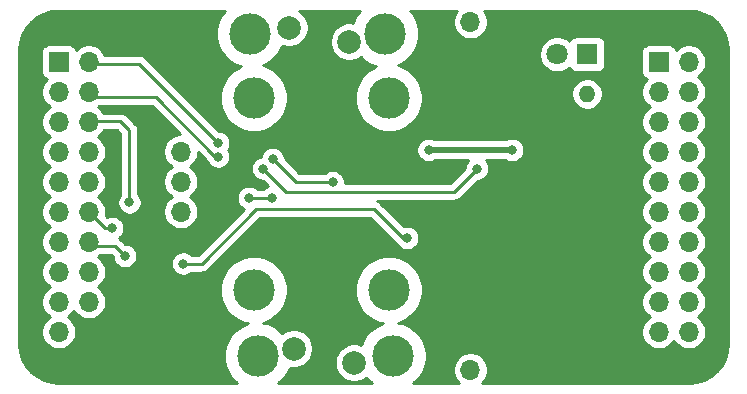
<source format=gbr>
%TF.GenerationSoftware,KiCad,Pcbnew,(5.1.6)-1*%
%TF.CreationDate,2020-06-17T13:40:15+01:00*%
%TF.ProjectId,peltier_driver_pcb,70656c74-6965-4725-9f64-72697665725f,rev?*%
%TF.SameCoordinates,Original*%
%TF.FileFunction,Copper,L2,Bot*%
%TF.FilePolarity,Positive*%
%FSLAX46Y46*%
G04 Gerber Fmt 4.6, Leading zero omitted, Abs format (unit mm)*
G04 Created by KiCad (PCBNEW (5.1.6)-1) date 2020-06-17 13:40:15*
%MOMM*%
%LPD*%
G01*
G04 APERTURE LIST*
%TA.AperFunction,ComponentPad*%
%ADD10R,1.700000X1.700000*%
%TD*%
%TA.AperFunction,ComponentPad*%
%ADD11O,1.700000X1.700000*%
%TD*%
%TA.AperFunction,ComponentPad*%
%ADD12C,2.010000*%
%TD*%
%TA.AperFunction,ComponentPad*%
%ADD13C,3.500000*%
%TD*%
%TA.AperFunction,ComponentPad*%
%ADD14C,1.400000*%
%TD*%
%TA.AperFunction,ComponentPad*%
%ADD15O,1.400000X1.400000*%
%TD*%
%TA.AperFunction,ComponentPad*%
%ADD16R,1.800000X1.800000*%
%TD*%
%TA.AperFunction,ComponentPad*%
%ADD17C,1.800000*%
%TD*%
%TA.AperFunction,ViaPad*%
%ADD18C,0.800000*%
%TD*%
%TA.AperFunction,Conductor*%
%ADD19C,0.250000*%
%TD*%
%TA.AperFunction,Conductor*%
%ADD20C,0.500000*%
%TD*%
%TA.AperFunction,Conductor*%
%ADD21C,0.254000*%
%TD*%
G04 APERTURE END LIST*
D10*
%TO.P,J9,1*%
%TO.N,A0*%
X109960000Y-58640000D03*
D11*
%TO.P,J9,2*%
%TO.N,I_sense_2*%
X112500000Y-58640000D03*
%TO.P,J9,3*%
%TO.N,A1*%
X109960000Y-61180000D03*
%TO.P,J9,4*%
%TO.N,T_sense2*%
X112500000Y-61180000D03*
%TO.P,J9,5*%
%TO.N,A2*%
X109960000Y-63720000D03*
%TO.P,J9,6*%
%TO.N,+3V3*%
X112500000Y-63720000D03*
%TO.P,J9,7*%
%TO.N,A3*%
X109960000Y-66260000D03*
%TO.P,J9,8*%
%TO.N,SDA*%
X112500000Y-66260000D03*
%TO.P,J9,9*%
%TO.N,A4*%
X109960000Y-68800000D03*
%TO.P,J9,10*%
%TO.N,SCL*%
X112500000Y-68800000D03*
%TO.P,J9,11*%
%TO.N,D0*%
X109960000Y-71340000D03*
%TO.P,J9,12*%
%TO.N,I_sense_1*%
X112500000Y-71340000D03*
%TO.P,J9,13*%
%TO.N,D1*%
X109960000Y-73880000D03*
%TO.P,J9,14*%
%TO.N,T_sense1*%
X112500000Y-73880000D03*
%TO.P,J9,15*%
%TO.N,D2*%
X109960000Y-76420000D03*
%TO.P,J9,16*%
%TO.N,D3*%
X112500000Y-76420000D03*
%TO.P,J9,17*%
%TO.N,PWM0*%
X109960000Y-78960000D03*
%TO.P,J9,18*%
%TO.N,+5V*%
X112500000Y-78960000D03*
%TO.P,J9,19*%
%TO.N,PWM1*%
X109960000Y-81500000D03*
%TO.P,J9,20*%
%TO.N,GND*%
X112500000Y-81500000D03*
%TD*%
%TO.P,U1,4*%
%TO.N,SDA*%
X120298000Y-66246000D03*
%TO.P,U1,3*%
%TO.N,SCL*%
X120298000Y-68786000D03*
%TO.P,U1,2*%
%TO.N,+3V3*%
X120298000Y-71326000D03*
D10*
%TO.P,U1,1*%
%TO.N,GND*%
X120298000Y-73866000D03*
%TD*%
D11*
%TO.P,J3,2*%
%TO.N,Net-(J3-Pad2)*%
X144814000Y-84714000D03*
D10*
%TO.P,J3,1*%
%TO.N,GND*%
X147354000Y-84714000D03*
%TD*%
%TO.P,J10,1*%
%TO.N,GND*%
X147354000Y-55250000D03*
D11*
%TO.P,J10,2*%
%TO.N,Net-(J10-Pad2)*%
X144814000Y-55250000D03*
%TD*%
D12*
%TO.P,F1,1*%
%TO.N,Net-(F1-Pad1)*%
X129466000Y-55736000D03*
%TO.P,F1,2*%
%TO.N,Net-(F1-Pad2)*%
X134566000Y-56936000D03*
%TD*%
%TO.P,F6,2*%
%TO.N,Net-(F6-Pad2)*%
X134947000Y-84114000D03*
%TO.P,F6,1*%
%TO.N,Net-(F6-Pad1)*%
X129847000Y-82914000D03*
%TD*%
D13*
%TO.P,J1,1*%
%TO.N,Net-(F1-Pad2)*%
X137594000Y-56244000D03*
%TD*%
%TO.P,J2,1*%
%TO.N,Net-(F1-Pad1)*%
X126164000Y-56244000D03*
%TD*%
%TO.P,J4,1*%
%TO.N,Net-(J4-Pad1)*%
X126470000Y-61688000D03*
%TD*%
%TO.P,J5,1*%
%TO.N,Net-(J5-Pad1)*%
X137900000Y-61688000D03*
%TD*%
%TO.P,J21,1*%
%TO.N,Net-(F6-Pad2)*%
X138229000Y-83549000D03*
%TD*%
%TO.P,J22,1*%
%TO.N,Net-(F6-Pad1)*%
X126799000Y-83549000D03*
%TD*%
%TO.P,J25,1*%
%TO.N,Net-(J25-Pad1)*%
X137900000Y-77944000D03*
%TD*%
%TO.P,J28,1*%
%TO.N,Net-(J28-Pad1)*%
X126470000Y-77944000D03*
%TD*%
D10*
%TO.P,J6,1*%
%TO.N,Net-(J6-Pad1)*%
X160760000Y-58640000D03*
D11*
%TO.P,J6,2*%
%TO.N,Net-(J6-Pad2)*%
X163300000Y-58640000D03*
%TO.P,J6,3*%
%TO.N,Net-(J6-Pad3)*%
X160760000Y-61180000D03*
%TO.P,J6,4*%
%TO.N,Net-(J6-Pad4)*%
X163300000Y-61180000D03*
%TO.P,J6,5*%
%TO.N,Net-(J6-Pad5)*%
X160760000Y-63720000D03*
%TO.P,J6,6*%
%TO.N,Net-(J6-Pad6)*%
X163300000Y-63720000D03*
%TO.P,J6,7*%
%TO.N,Net-(J6-Pad7)*%
X160760000Y-66260000D03*
%TO.P,J6,8*%
%TO.N,Net-(J6-Pad8)*%
X163300000Y-66260000D03*
%TO.P,J6,9*%
%TO.N,Net-(J6-Pad9)*%
X160760000Y-68800000D03*
%TO.P,J6,10*%
%TO.N,Net-(J6-Pad10)*%
X163300000Y-68800000D03*
%TO.P,J6,11*%
%TO.N,Net-(J6-Pad11)*%
X160760000Y-71340000D03*
%TO.P,J6,12*%
%TO.N,Net-(J6-Pad12)*%
X163300000Y-71340000D03*
%TO.P,J6,13*%
%TO.N,Net-(J6-Pad13)*%
X160760000Y-73880000D03*
%TO.P,J6,14*%
%TO.N,Net-(J6-Pad14)*%
X163300000Y-73880000D03*
%TO.P,J6,15*%
%TO.N,Net-(J6-Pad15)*%
X160760000Y-76420000D03*
%TO.P,J6,16*%
%TO.N,Net-(J6-Pad16)*%
X163300000Y-76420000D03*
%TO.P,J6,17*%
%TO.N,Net-(J6-Pad17)*%
X160760000Y-78960000D03*
%TO.P,J6,18*%
%TO.N,Net-(J6-Pad18)*%
X163300000Y-78960000D03*
%TO.P,J6,19*%
%TO.N,Net-(J6-Pad19)*%
X160760000Y-81500000D03*
%TO.P,J6,20*%
%TO.N,Net-(J6-Pad20)*%
X163300000Y-81500000D03*
%TD*%
D14*
%TO.P,R10,1*%
%TO.N,GND*%
X152156000Y-61346000D03*
D15*
%TO.P,R10,2*%
%TO.N,Net-(D1-Pad1)*%
X154696000Y-61346000D03*
%TD*%
D16*
%TO.P,D1,1*%
%TO.N,Net-(D1-Pad1)*%
X154690000Y-58000000D03*
D17*
%TO.P,D1,2*%
%TO.N,+5V*%
X152150000Y-58000000D03*
%TD*%
D18*
%TO.N,GND*%
X146036000Y-60541200D03*
X147814000Y-73546000D03*
X132320000Y-66434000D03*
X132320000Y-73546000D03*
%TO.N,+3V3*%
X115937000Y-70548800D03*
%TO.N,+5V*%
X148338200Y-66099200D03*
X141277000Y-66099200D03*
%TO.N,T_sense2*%
X145391800Y-67674000D03*
X127263100Y-67680900D03*
X123455400Y-66662600D03*
%TO.N,T_sense1*%
X139448200Y-73541400D03*
X120491600Y-75722400D03*
X115558600Y-75067400D03*
%TO.N,I_sense_1*%
X128018200Y-70163200D03*
X126050800Y-70163200D03*
X114489200Y-72707800D03*
%TO.N,I_sense_2*%
X133149000Y-68817000D03*
X128063200Y-66855400D03*
X123450800Y-65494200D03*
%TD*%
D19*
%TO.N,+3V3*%
X115937000Y-64452800D02*
X115937000Y-70548800D01*
X115175000Y-63690800D02*
X115937000Y-64452800D01*
X112500000Y-63720000D02*
X112529200Y-63690800D01*
X112529200Y-63690800D02*
X115175000Y-63690800D01*
D20*
%TO.N,+5V*%
X141277000Y-66099200D02*
X148338200Y-66099200D01*
D19*
%TO.N,T_sense2*%
X118164200Y-61600000D02*
X123226800Y-66662600D01*
X112540000Y-61540000D02*
X112600000Y-61600000D01*
X123226800Y-66662600D02*
X123455400Y-66662600D01*
X112600000Y-61600000D02*
X118164200Y-61600000D01*
X127263100Y-67680900D02*
X129212000Y-69629800D01*
X143436000Y-69629800D02*
X145391800Y-67674000D01*
X129212000Y-69629800D02*
X143436000Y-69629800D01*
%TO.N,T_sense1*%
X114731200Y-74240000D02*
X115558600Y-75067400D01*
X112540000Y-74240000D02*
X114731200Y-74240000D01*
X139085400Y-73541400D02*
X139448200Y-73541400D01*
X136630000Y-71086000D02*
X139085400Y-73541400D01*
X126698600Y-71086000D02*
X136630000Y-71086000D01*
X120491600Y-75722400D02*
X122062200Y-75722400D01*
X122062200Y-75722400D02*
X126698600Y-71086000D01*
%TO.N,I_sense_1*%
X126050800Y-70163200D02*
X128018200Y-70163200D01*
X113867800Y-72707800D02*
X112500000Y-71340000D01*
X114489200Y-72707800D02*
X113867800Y-72707800D01*
%TO.N,I_sense_2*%
X133149000Y-68817000D02*
X130024800Y-68817000D01*
X130024800Y-68817000D02*
X128063200Y-66855400D01*
X112734000Y-58806000D02*
X112540000Y-59000000D01*
X116762600Y-58806000D02*
X112734000Y-58806000D01*
X123450800Y-65494200D02*
X116762600Y-58806000D01*
X123450800Y-65494200D02*
X123450800Y-65494200D01*
%TO.N,Net-(J3-Pad2)*%
X145322000Y-84206000D02*
X144814000Y-84714000D01*
%TD*%
D21*
%TO.N,GND*%
G36*
X123929288Y-54410019D02*
G01*
X123614435Y-54881229D01*
X123397561Y-55404810D01*
X123287000Y-55960640D01*
X123287000Y-56527360D01*
X123397561Y-57083190D01*
X123614435Y-57606771D01*
X123929288Y-58077981D01*
X124330019Y-58478712D01*
X124801229Y-58793565D01*
X125324810Y-59010439D01*
X125386577Y-59022725D01*
X125107229Y-59138435D01*
X124636019Y-59453288D01*
X124235288Y-59854019D01*
X123920435Y-60325229D01*
X123703561Y-60848810D01*
X123593000Y-61404640D01*
X123593000Y-61971360D01*
X123703561Y-62527190D01*
X123920435Y-63050771D01*
X124235288Y-63521981D01*
X124636019Y-63922712D01*
X125107229Y-64237565D01*
X125630810Y-64454439D01*
X126186640Y-64565000D01*
X126753360Y-64565000D01*
X127309190Y-64454439D01*
X127832771Y-64237565D01*
X128303981Y-63922712D01*
X128704712Y-63521981D01*
X129019565Y-63050771D01*
X129236439Y-62527190D01*
X129347000Y-61971360D01*
X129347000Y-61404640D01*
X129236439Y-60848810D01*
X129019565Y-60325229D01*
X128704712Y-59854019D01*
X128303981Y-59453288D01*
X127832771Y-59138435D01*
X127309190Y-58921561D01*
X127247423Y-58909275D01*
X127526771Y-58793565D01*
X127997981Y-58478712D01*
X128398712Y-58077981D01*
X128713565Y-57606771D01*
X128857573Y-57259104D01*
X128987630Y-57312975D01*
X129304474Y-57376000D01*
X129627526Y-57376000D01*
X129944370Y-57312975D01*
X130242831Y-57189349D01*
X130511439Y-57009871D01*
X130739871Y-56781439D01*
X130919349Y-56512831D01*
X131042975Y-56214370D01*
X131106000Y-55897526D01*
X131106000Y-55574474D01*
X131042975Y-55257630D01*
X130919349Y-54959169D01*
X130739871Y-54690561D01*
X130511439Y-54462129D01*
X130268796Y-54300000D01*
X135469307Y-54300000D01*
X135359288Y-54410019D01*
X135044435Y-54881229D01*
X134861586Y-55322667D01*
X134727526Y-55296000D01*
X134404474Y-55296000D01*
X134087630Y-55359025D01*
X133789169Y-55482651D01*
X133520561Y-55662129D01*
X133292129Y-55890561D01*
X133112651Y-56159169D01*
X132989025Y-56457630D01*
X132926000Y-56774474D01*
X132926000Y-57097526D01*
X132989025Y-57414370D01*
X133112651Y-57712831D01*
X133292129Y-57981439D01*
X133520561Y-58209871D01*
X133789169Y-58389349D01*
X134087630Y-58512975D01*
X134404474Y-58576000D01*
X134727526Y-58576000D01*
X135044370Y-58512975D01*
X135342831Y-58389349D01*
X135539348Y-58258041D01*
X135760019Y-58478712D01*
X136231229Y-58793565D01*
X136754810Y-59010439D01*
X136816577Y-59022725D01*
X136537229Y-59138435D01*
X136066019Y-59453288D01*
X135665288Y-59854019D01*
X135350435Y-60325229D01*
X135133561Y-60848810D01*
X135023000Y-61404640D01*
X135023000Y-61971360D01*
X135133561Y-62527190D01*
X135350435Y-63050771D01*
X135665288Y-63521981D01*
X136066019Y-63922712D01*
X136537229Y-64237565D01*
X137060810Y-64454439D01*
X137616640Y-64565000D01*
X138183360Y-64565000D01*
X138739190Y-64454439D01*
X139262771Y-64237565D01*
X139733981Y-63922712D01*
X140134712Y-63521981D01*
X140449565Y-63050771D01*
X140666439Y-62527190D01*
X140777000Y-61971360D01*
X140777000Y-61404640D01*
X140739182Y-61214514D01*
X153361000Y-61214514D01*
X153361000Y-61477486D01*
X153412304Y-61735405D01*
X153512939Y-61978359D01*
X153659038Y-62197013D01*
X153844987Y-62382962D01*
X154063641Y-62529061D01*
X154306595Y-62629696D01*
X154564514Y-62681000D01*
X154827486Y-62681000D01*
X155085405Y-62629696D01*
X155328359Y-62529061D01*
X155547013Y-62382962D01*
X155732962Y-62197013D01*
X155879061Y-61978359D01*
X155979696Y-61735405D01*
X156031000Y-61477486D01*
X156031000Y-61214514D01*
X155979696Y-60956595D01*
X155879061Y-60713641D01*
X155732962Y-60494987D01*
X155547013Y-60309038D01*
X155328359Y-60162939D01*
X155085405Y-60062304D01*
X154827486Y-60011000D01*
X154564514Y-60011000D01*
X154306595Y-60062304D01*
X154063641Y-60162939D01*
X153844987Y-60309038D01*
X153659038Y-60494987D01*
X153512939Y-60713641D01*
X153412304Y-60956595D01*
X153361000Y-61214514D01*
X140739182Y-61214514D01*
X140666439Y-60848810D01*
X140449565Y-60325229D01*
X140134712Y-59854019D01*
X139733981Y-59453288D01*
X139262771Y-59138435D01*
X138739190Y-58921561D01*
X138677423Y-58909275D01*
X138956771Y-58793565D01*
X139427981Y-58478712D01*
X139828712Y-58077981D01*
X139981835Y-57848816D01*
X150615000Y-57848816D01*
X150615000Y-58151184D01*
X150673989Y-58447743D01*
X150789701Y-58727095D01*
X150957688Y-58978505D01*
X151171495Y-59192312D01*
X151422905Y-59360299D01*
X151702257Y-59476011D01*
X151998816Y-59535000D01*
X152301184Y-59535000D01*
X152597743Y-59476011D01*
X152877095Y-59360299D01*
X153128505Y-59192312D01*
X153194944Y-59125873D01*
X153200498Y-59144180D01*
X153259463Y-59254494D01*
X153338815Y-59351185D01*
X153435506Y-59430537D01*
X153545820Y-59489502D01*
X153665518Y-59525812D01*
X153790000Y-59538072D01*
X155590000Y-59538072D01*
X155714482Y-59525812D01*
X155834180Y-59489502D01*
X155944494Y-59430537D01*
X156041185Y-59351185D01*
X156120537Y-59254494D01*
X156179502Y-59144180D01*
X156215812Y-59024482D01*
X156228072Y-58900000D01*
X156228072Y-57790000D01*
X159271928Y-57790000D01*
X159271928Y-59490000D01*
X159284188Y-59614482D01*
X159320498Y-59734180D01*
X159379463Y-59844494D01*
X159458815Y-59941185D01*
X159555506Y-60020537D01*
X159665820Y-60079502D01*
X159738380Y-60101513D01*
X159606525Y-60233368D01*
X159444010Y-60476589D01*
X159332068Y-60746842D01*
X159275000Y-61033740D01*
X159275000Y-61326260D01*
X159332068Y-61613158D01*
X159444010Y-61883411D01*
X159606525Y-62126632D01*
X159813368Y-62333475D01*
X159987760Y-62450000D01*
X159813368Y-62566525D01*
X159606525Y-62773368D01*
X159444010Y-63016589D01*
X159332068Y-63286842D01*
X159275000Y-63573740D01*
X159275000Y-63866260D01*
X159332068Y-64153158D01*
X159444010Y-64423411D01*
X159606525Y-64666632D01*
X159813368Y-64873475D01*
X159987760Y-64990000D01*
X159813368Y-65106525D01*
X159606525Y-65313368D01*
X159444010Y-65556589D01*
X159332068Y-65826842D01*
X159275000Y-66113740D01*
X159275000Y-66406260D01*
X159332068Y-66693158D01*
X159444010Y-66963411D01*
X159606525Y-67206632D01*
X159813368Y-67413475D01*
X159987760Y-67530000D01*
X159813368Y-67646525D01*
X159606525Y-67853368D01*
X159444010Y-68096589D01*
X159332068Y-68366842D01*
X159275000Y-68653740D01*
X159275000Y-68946260D01*
X159332068Y-69233158D01*
X159444010Y-69503411D01*
X159606525Y-69746632D01*
X159813368Y-69953475D01*
X159987760Y-70070000D01*
X159813368Y-70186525D01*
X159606525Y-70393368D01*
X159444010Y-70636589D01*
X159332068Y-70906842D01*
X159275000Y-71193740D01*
X159275000Y-71486260D01*
X159332068Y-71773158D01*
X159444010Y-72043411D01*
X159606525Y-72286632D01*
X159813368Y-72493475D01*
X159987760Y-72610000D01*
X159813368Y-72726525D01*
X159606525Y-72933368D01*
X159444010Y-73176589D01*
X159332068Y-73446842D01*
X159275000Y-73733740D01*
X159275000Y-74026260D01*
X159332068Y-74313158D01*
X159444010Y-74583411D01*
X159606525Y-74826632D01*
X159813368Y-75033475D01*
X159987760Y-75150000D01*
X159813368Y-75266525D01*
X159606525Y-75473368D01*
X159444010Y-75716589D01*
X159332068Y-75986842D01*
X159275000Y-76273740D01*
X159275000Y-76566260D01*
X159332068Y-76853158D01*
X159444010Y-77123411D01*
X159606525Y-77366632D01*
X159813368Y-77573475D01*
X159987760Y-77690000D01*
X159813368Y-77806525D01*
X159606525Y-78013368D01*
X159444010Y-78256589D01*
X159332068Y-78526842D01*
X159275000Y-78813740D01*
X159275000Y-79106260D01*
X159332068Y-79393158D01*
X159444010Y-79663411D01*
X159606525Y-79906632D01*
X159813368Y-80113475D01*
X159987760Y-80230000D01*
X159813368Y-80346525D01*
X159606525Y-80553368D01*
X159444010Y-80796589D01*
X159332068Y-81066842D01*
X159275000Y-81353740D01*
X159275000Y-81646260D01*
X159332068Y-81933158D01*
X159444010Y-82203411D01*
X159606525Y-82446632D01*
X159813368Y-82653475D01*
X160056589Y-82815990D01*
X160326842Y-82927932D01*
X160613740Y-82985000D01*
X160906260Y-82985000D01*
X161193158Y-82927932D01*
X161463411Y-82815990D01*
X161706632Y-82653475D01*
X161913475Y-82446632D01*
X162030000Y-82272240D01*
X162146525Y-82446632D01*
X162353368Y-82653475D01*
X162596589Y-82815990D01*
X162866842Y-82927932D01*
X163153740Y-82985000D01*
X163446260Y-82985000D01*
X163733158Y-82927932D01*
X164003411Y-82815990D01*
X164246632Y-82653475D01*
X164453475Y-82446632D01*
X164615990Y-82203411D01*
X164727932Y-81933158D01*
X164785000Y-81646260D01*
X164785000Y-81353740D01*
X164727932Y-81066842D01*
X164615990Y-80796589D01*
X164453475Y-80553368D01*
X164246632Y-80346525D01*
X164072240Y-80230000D01*
X164246632Y-80113475D01*
X164453475Y-79906632D01*
X164615990Y-79663411D01*
X164727932Y-79393158D01*
X164785000Y-79106260D01*
X164785000Y-78813740D01*
X164727932Y-78526842D01*
X164615990Y-78256589D01*
X164453475Y-78013368D01*
X164246632Y-77806525D01*
X164072240Y-77690000D01*
X164246632Y-77573475D01*
X164453475Y-77366632D01*
X164615990Y-77123411D01*
X164727932Y-76853158D01*
X164785000Y-76566260D01*
X164785000Y-76273740D01*
X164727932Y-75986842D01*
X164615990Y-75716589D01*
X164453475Y-75473368D01*
X164246632Y-75266525D01*
X164072240Y-75150000D01*
X164246632Y-75033475D01*
X164453475Y-74826632D01*
X164615990Y-74583411D01*
X164727932Y-74313158D01*
X164785000Y-74026260D01*
X164785000Y-73733740D01*
X164727932Y-73446842D01*
X164615990Y-73176589D01*
X164453475Y-72933368D01*
X164246632Y-72726525D01*
X164072240Y-72610000D01*
X164246632Y-72493475D01*
X164453475Y-72286632D01*
X164615990Y-72043411D01*
X164727932Y-71773158D01*
X164785000Y-71486260D01*
X164785000Y-71193740D01*
X164727932Y-70906842D01*
X164615990Y-70636589D01*
X164453475Y-70393368D01*
X164246632Y-70186525D01*
X164072240Y-70070000D01*
X164246632Y-69953475D01*
X164453475Y-69746632D01*
X164615990Y-69503411D01*
X164727932Y-69233158D01*
X164785000Y-68946260D01*
X164785000Y-68653740D01*
X164727932Y-68366842D01*
X164615990Y-68096589D01*
X164453475Y-67853368D01*
X164246632Y-67646525D01*
X164072240Y-67530000D01*
X164246632Y-67413475D01*
X164453475Y-67206632D01*
X164615990Y-66963411D01*
X164727932Y-66693158D01*
X164785000Y-66406260D01*
X164785000Y-66113740D01*
X164727932Y-65826842D01*
X164615990Y-65556589D01*
X164453475Y-65313368D01*
X164246632Y-65106525D01*
X164072240Y-64990000D01*
X164246632Y-64873475D01*
X164453475Y-64666632D01*
X164615990Y-64423411D01*
X164727932Y-64153158D01*
X164785000Y-63866260D01*
X164785000Y-63573740D01*
X164727932Y-63286842D01*
X164615990Y-63016589D01*
X164453475Y-62773368D01*
X164246632Y-62566525D01*
X164072240Y-62450000D01*
X164246632Y-62333475D01*
X164453475Y-62126632D01*
X164615990Y-61883411D01*
X164727932Y-61613158D01*
X164785000Y-61326260D01*
X164785000Y-61033740D01*
X164727932Y-60746842D01*
X164615990Y-60476589D01*
X164453475Y-60233368D01*
X164246632Y-60026525D01*
X164072240Y-59910000D01*
X164246632Y-59793475D01*
X164453475Y-59586632D01*
X164615990Y-59343411D01*
X164727932Y-59073158D01*
X164785000Y-58786260D01*
X164785000Y-58493740D01*
X164727932Y-58206842D01*
X164615990Y-57936589D01*
X164453475Y-57693368D01*
X164246632Y-57486525D01*
X164003411Y-57324010D01*
X163733158Y-57212068D01*
X163446260Y-57155000D01*
X163153740Y-57155000D01*
X162866842Y-57212068D01*
X162596589Y-57324010D01*
X162353368Y-57486525D01*
X162221513Y-57618380D01*
X162199502Y-57545820D01*
X162140537Y-57435506D01*
X162061185Y-57338815D01*
X161964494Y-57259463D01*
X161854180Y-57200498D01*
X161734482Y-57164188D01*
X161610000Y-57151928D01*
X159910000Y-57151928D01*
X159785518Y-57164188D01*
X159665820Y-57200498D01*
X159555506Y-57259463D01*
X159458815Y-57338815D01*
X159379463Y-57435506D01*
X159320498Y-57545820D01*
X159284188Y-57665518D01*
X159271928Y-57790000D01*
X156228072Y-57790000D01*
X156228072Y-57100000D01*
X156215812Y-56975518D01*
X156179502Y-56855820D01*
X156120537Y-56745506D01*
X156041185Y-56648815D01*
X155944494Y-56569463D01*
X155834180Y-56510498D01*
X155714482Y-56474188D01*
X155590000Y-56461928D01*
X153790000Y-56461928D01*
X153665518Y-56474188D01*
X153545820Y-56510498D01*
X153435506Y-56569463D01*
X153338815Y-56648815D01*
X153259463Y-56745506D01*
X153200498Y-56855820D01*
X153194944Y-56874127D01*
X153128505Y-56807688D01*
X152877095Y-56639701D01*
X152597743Y-56523989D01*
X152301184Y-56465000D01*
X151998816Y-56465000D01*
X151702257Y-56523989D01*
X151422905Y-56639701D01*
X151171495Y-56807688D01*
X150957688Y-57021495D01*
X150789701Y-57272905D01*
X150673989Y-57552257D01*
X150615000Y-57848816D01*
X139981835Y-57848816D01*
X140143565Y-57606771D01*
X140360439Y-57083190D01*
X140471000Y-56527360D01*
X140471000Y-55960640D01*
X140360439Y-55404810D01*
X140143565Y-54881229D01*
X139828712Y-54410019D01*
X139718693Y-54300000D01*
X143663893Y-54300000D01*
X143660525Y-54303368D01*
X143498010Y-54546589D01*
X143386068Y-54816842D01*
X143329000Y-55103740D01*
X143329000Y-55396260D01*
X143386068Y-55683158D01*
X143498010Y-55953411D01*
X143660525Y-56196632D01*
X143867368Y-56403475D01*
X144110589Y-56565990D01*
X144380842Y-56677932D01*
X144667740Y-56735000D01*
X144960260Y-56735000D01*
X145247158Y-56677932D01*
X145517411Y-56565990D01*
X145760632Y-56403475D01*
X145967475Y-56196632D01*
X146129990Y-55953411D01*
X146241932Y-55683158D01*
X146299000Y-55396260D01*
X146299000Y-55103740D01*
X146241932Y-54816842D01*
X146129990Y-54546589D01*
X145967475Y-54303368D01*
X145964107Y-54300000D01*
X163267722Y-54300000D01*
X163948126Y-54366714D01*
X164571572Y-54554943D01*
X165146579Y-54860681D01*
X165651247Y-55272279D01*
X166066362Y-55774067D01*
X166376105Y-56346924D01*
X166568682Y-56969039D01*
X166640001Y-57647594D01*
X166640000Y-82467721D01*
X166573286Y-83148126D01*
X166385057Y-83771570D01*
X166079323Y-84346573D01*
X165667721Y-84851248D01*
X165165933Y-85266362D01*
X164593077Y-85576104D01*
X163970961Y-85768682D01*
X163292417Y-85840000D01*
X145788107Y-85840000D01*
X145967475Y-85660632D01*
X146129990Y-85417411D01*
X146241932Y-85147158D01*
X146299000Y-84860260D01*
X146299000Y-84567740D01*
X146241932Y-84280842D01*
X146129990Y-84010589D01*
X145967475Y-83767368D01*
X145760632Y-83560525D01*
X145517411Y-83398010D01*
X145247158Y-83286068D01*
X144960260Y-83229000D01*
X144667740Y-83229000D01*
X144380842Y-83286068D01*
X144110589Y-83398010D01*
X143867368Y-83560525D01*
X143660525Y-83767368D01*
X143498010Y-84010589D01*
X143386068Y-84280842D01*
X143329000Y-84567740D01*
X143329000Y-84860260D01*
X143386068Y-85147158D01*
X143498010Y-85417411D01*
X143660525Y-85660632D01*
X143839893Y-85840000D01*
X139978740Y-85840000D01*
X140062981Y-85783712D01*
X140463712Y-85382981D01*
X140778565Y-84911771D01*
X140995439Y-84388190D01*
X141106000Y-83832360D01*
X141106000Y-83265640D01*
X140995439Y-82709810D01*
X140778565Y-82186229D01*
X140463712Y-81715019D01*
X140062981Y-81314288D01*
X139591771Y-80999435D01*
X139068190Y-80782561D01*
X138722398Y-80713779D01*
X138739190Y-80710439D01*
X139262771Y-80493565D01*
X139733981Y-80178712D01*
X140134712Y-79777981D01*
X140449565Y-79306771D01*
X140666439Y-78783190D01*
X140777000Y-78227360D01*
X140777000Y-77660640D01*
X140666439Y-77104810D01*
X140449565Y-76581229D01*
X140134712Y-76110019D01*
X139733981Y-75709288D01*
X139262771Y-75394435D01*
X138739190Y-75177561D01*
X138183360Y-75067000D01*
X137616640Y-75067000D01*
X137060810Y-75177561D01*
X136537229Y-75394435D01*
X136066019Y-75709288D01*
X135665288Y-76110019D01*
X135350435Y-76581229D01*
X135133561Y-77104810D01*
X135023000Y-77660640D01*
X135023000Y-78227360D01*
X135133561Y-78783190D01*
X135350435Y-79306771D01*
X135665288Y-79777981D01*
X136066019Y-80178712D01*
X136537229Y-80493565D01*
X137060810Y-80710439D01*
X137406602Y-80779221D01*
X137389810Y-80782561D01*
X136866229Y-80999435D01*
X136395019Y-81314288D01*
X135994288Y-81715019D01*
X135679435Y-82186229D01*
X135518203Y-82575478D01*
X135425370Y-82537025D01*
X135108526Y-82474000D01*
X134785474Y-82474000D01*
X134468630Y-82537025D01*
X134170169Y-82660651D01*
X133901561Y-82840129D01*
X133673129Y-83068561D01*
X133493651Y-83337169D01*
X133370025Y-83635630D01*
X133307000Y-83952474D01*
X133307000Y-84275526D01*
X133370025Y-84592370D01*
X133493651Y-84890831D01*
X133673129Y-85159439D01*
X133901561Y-85387871D01*
X134170169Y-85567349D01*
X134468630Y-85690975D01*
X134785474Y-85754000D01*
X135108526Y-85754000D01*
X135425370Y-85690975D01*
X135723831Y-85567349D01*
X135992439Y-85387871D01*
X135995809Y-85384502D01*
X136395019Y-85783712D01*
X136479260Y-85840000D01*
X128548740Y-85840000D01*
X128632981Y-85783712D01*
X129033712Y-85382981D01*
X129348565Y-84911771D01*
X129511124Y-84519319D01*
X129685474Y-84554000D01*
X130008526Y-84554000D01*
X130325370Y-84490975D01*
X130623831Y-84367349D01*
X130892439Y-84187871D01*
X131120871Y-83959439D01*
X131300349Y-83690831D01*
X131423975Y-83392370D01*
X131487000Y-83075526D01*
X131487000Y-82752474D01*
X131423975Y-82435630D01*
X131300349Y-82137169D01*
X131120871Y-81868561D01*
X130892439Y-81640129D01*
X130623831Y-81460651D01*
X130325370Y-81337025D01*
X130008526Y-81274000D01*
X129685474Y-81274000D01*
X129368630Y-81337025D01*
X129070169Y-81460651D01*
X128895832Y-81577139D01*
X128632981Y-81314288D01*
X128161771Y-80999435D01*
X127638190Y-80782561D01*
X127292398Y-80713779D01*
X127309190Y-80710439D01*
X127832771Y-80493565D01*
X128303981Y-80178712D01*
X128704712Y-79777981D01*
X129019565Y-79306771D01*
X129236439Y-78783190D01*
X129347000Y-78227360D01*
X129347000Y-77660640D01*
X129236439Y-77104810D01*
X129019565Y-76581229D01*
X128704712Y-76110019D01*
X128303981Y-75709288D01*
X127832771Y-75394435D01*
X127309190Y-75177561D01*
X126753360Y-75067000D01*
X126186640Y-75067000D01*
X125630810Y-75177561D01*
X125107229Y-75394435D01*
X124636019Y-75709288D01*
X124235288Y-76110019D01*
X123920435Y-76581229D01*
X123703561Y-77104810D01*
X123593000Y-77660640D01*
X123593000Y-78227360D01*
X123703561Y-78783190D01*
X123920435Y-79306771D01*
X124235288Y-79777981D01*
X124636019Y-80178712D01*
X125107229Y-80493565D01*
X125630810Y-80710439D01*
X125976602Y-80779221D01*
X125959810Y-80782561D01*
X125436229Y-80999435D01*
X124965019Y-81314288D01*
X124564288Y-81715019D01*
X124249435Y-82186229D01*
X124032561Y-82709810D01*
X123922000Y-83265640D01*
X123922000Y-83832360D01*
X124032561Y-84388190D01*
X124249435Y-84911771D01*
X124564288Y-85382981D01*
X124965019Y-85783712D01*
X125049260Y-85840000D01*
X109992279Y-85840000D01*
X109311874Y-85773286D01*
X108688430Y-85585057D01*
X108113427Y-85279323D01*
X107608752Y-84867721D01*
X107193638Y-84365933D01*
X106883896Y-83793077D01*
X106691318Y-83170961D01*
X106620000Y-82492417D01*
X106620000Y-57790000D01*
X108471928Y-57790000D01*
X108471928Y-59490000D01*
X108484188Y-59614482D01*
X108520498Y-59734180D01*
X108579463Y-59844494D01*
X108658815Y-59941185D01*
X108755506Y-60020537D01*
X108865820Y-60079502D01*
X108938380Y-60101513D01*
X108806525Y-60233368D01*
X108644010Y-60476589D01*
X108532068Y-60746842D01*
X108475000Y-61033740D01*
X108475000Y-61326260D01*
X108532068Y-61613158D01*
X108644010Y-61883411D01*
X108806525Y-62126632D01*
X109013368Y-62333475D01*
X109187760Y-62450000D01*
X109013368Y-62566525D01*
X108806525Y-62773368D01*
X108644010Y-63016589D01*
X108532068Y-63286842D01*
X108475000Y-63573740D01*
X108475000Y-63866260D01*
X108532068Y-64153158D01*
X108644010Y-64423411D01*
X108806525Y-64666632D01*
X109013368Y-64873475D01*
X109187760Y-64990000D01*
X109013368Y-65106525D01*
X108806525Y-65313368D01*
X108644010Y-65556589D01*
X108532068Y-65826842D01*
X108475000Y-66113740D01*
X108475000Y-66406260D01*
X108532068Y-66693158D01*
X108644010Y-66963411D01*
X108806525Y-67206632D01*
X109013368Y-67413475D01*
X109187760Y-67530000D01*
X109013368Y-67646525D01*
X108806525Y-67853368D01*
X108644010Y-68096589D01*
X108532068Y-68366842D01*
X108475000Y-68653740D01*
X108475000Y-68946260D01*
X108532068Y-69233158D01*
X108644010Y-69503411D01*
X108806525Y-69746632D01*
X109013368Y-69953475D01*
X109187760Y-70070000D01*
X109013368Y-70186525D01*
X108806525Y-70393368D01*
X108644010Y-70636589D01*
X108532068Y-70906842D01*
X108475000Y-71193740D01*
X108475000Y-71486260D01*
X108532068Y-71773158D01*
X108644010Y-72043411D01*
X108806525Y-72286632D01*
X109013368Y-72493475D01*
X109187760Y-72610000D01*
X109013368Y-72726525D01*
X108806525Y-72933368D01*
X108644010Y-73176589D01*
X108532068Y-73446842D01*
X108475000Y-73733740D01*
X108475000Y-74026260D01*
X108532068Y-74313158D01*
X108644010Y-74583411D01*
X108806525Y-74826632D01*
X109013368Y-75033475D01*
X109187760Y-75150000D01*
X109013368Y-75266525D01*
X108806525Y-75473368D01*
X108644010Y-75716589D01*
X108532068Y-75986842D01*
X108475000Y-76273740D01*
X108475000Y-76566260D01*
X108532068Y-76853158D01*
X108644010Y-77123411D01*
X108806525Y-77366632D01*
X109013368Y-77573475D01*
X109187760Y-77690000D01*
X109013368Y-77806525D01*
X108806525Y-78013368D01*
X108644010Y-78256589D01*
X108532068Y-78526842D01*
X108475000Y-78813740D01*
X108475000Y-79106260D01*
X108532068Y-79393158D01*
X108644010Y-79663411D01*
X108806525Y-79906632D01*
X109013368Y-80113475D01*
X109187760Y-80230000D01*
X109013368Y-80346525D01*
X108806525Y-80553368D01*
X108644010Y-80796589D01*
X108532068Y-81066842D01*
X108475000Y-81353740D01*
X108475000Y-81646260D01*
X108532068Y-81933158D01*
X108644010Y-82203411D01*
X108806525Y-82446632D01*
X109013368Y-82653475D01*
X109256589Y-82815990D01*
X109526842Y-82927932D01*
X109813740Y-82985000D01*
X110106260Y-82985000D01*
X110393158Y-82927932D01*
X110663411Y-82815990D01*
X110906632Y-82653475D01*
X111113475Y-82446632D01*
X111275990Y-82203411D01*
X111387932Y-81933158D01*
X111445000Y-81646260D01*
X111445000Y-81353740D01*
X111387932Y-81066842D01*
X111275990Y-80796589D01*
X111113475Y-80553368D01*
X110906632Y-80346525D01*
X110732240Y-80230000D01*
X110906632Y-80113475D01*
X111113475Y-79906632D01*
X111230000Y-79732240D01*
X111346525Y-79906632D01*
X111553368Y-80113475D01*
X111796589Y-80275990D01*
X112066842Y-80387932D01*
X112353740Y-80445000D01*
X112646260Y-80445000D01*
X112933158Y-80387932D01*
X113203411Y-80275990D01*
X113446632Y-80113475D01*
X113653475Y-79906632D01*
X113815990Y-79663411D01*
X113927932Y-79393158D01*
X113985000Y-79106260D01*
X113985000Y-78813740D01*
X113927932Y-78526842D01*
X113815990Y-78256589D01*
X113653475Y-78013368D01*
X113446632Y-77806525D01*
X113272240Y-77690000D01*
X113446632Y-77573475D01*
X113653475Y-77366632D01*
X113815990Y-77123411D01*
X113927932Y-76853158D01*
X113985000Y-76566260D01*
X113985000Y-76273740D01*
X113927932Y-75986842D01*
X113815990Y-75716589D01*
X113653475Y-75473368D01*
X113446632Y-75266525D01*
X113272240Y-75150000D01*
X113446632Y-75033475D01*
X113480107Y-75000000D01*
X114416399Y-75000000D01*
X114523600Y-75107201D01*
X114523600Y-75169339D01*
X114563374Y-75369298D01*
X114641395Y-75557656D01*
X114754663Y-75727174D01*
X114898826Y-75871337D01*
X115068344Y-75984605D01*
X115256702Y-76062626D01*
X115456661Y-76102400D01*
X115660539Y-76102400D01*
X115860498Y-76062626D01*
X116048856Y-75984605D01*
X116218374Y-75871337D01*
X116362537Y-75727174D01*
X116433840Y-75620461D01*
X119456600Y-75620461D01*
X119456600Y-75824339D01*
X119496374Y-76024298D01*
X119574395Y-76212656D01*
X119687663Y-76382174D01*
X119831826Y-76526337D01*
X120001344Y-76639605D01*
X120189702Y-76717626D01*
X120389661Y-76757400D01*
X120593539Y-76757400D01*
X120793498Y-76717626D01*
X120981856Y-76639605D01*
X121151374Y-76526337D01*
X121195311Y-76482400D01*
X122024878Y-76482400D01*
X122062200Y-76486076D01*
X122099522Y-76482400D01*
X122099533Y-76482400D01*
X122211186Y-76471403D01*
X122354447Y-76427946D01*
X122486476Y-76357374D01*
X122602201Y-76262401D01*
X122626004Y-76233397D01*
X127013402Y-71846000D01*
X136315199Y-71846000D01*
X138521601Y-74052403D01*
X138545399Y-74081401D01*
X138574397Y-74105199D01*
X138587101Y-74115625D01*
X138644263Y-74201174D01*
X138788426Y-74345337D01*
X138957944Y-74458605D01*
X139146302Y-74536626D01*
X139346261Y-74576400D01*
X139550139Y-74576400D01*
X139750098Y-74536626D01*
X139938456Y-74458605D01*
X140107974Y-74345337D01*
X140252137Y-74201174D01*
X140365405Y-74031656D01*
X140443426Y-73843298D01*
X140483200Y-73643339D01*
X140483200Y-73439461D01*
X140443426Y-73239502D01*
X140365405Y-73051144D01*
X140252137Y-72881626D01*
X140107974Y-72737463D01*
X139938456Y-72624195D01*
X139750098Y-72546174D01*
X139550139Y-72506400D01*
X139346261Y-72506400D01*
X139161878Y-72543076D01*
X137193804Y-70575003D01*
X137170001Y-70545999D01*
X137054276Y-70451026D01*
X136939732Y-70389800D01*
X143398678Y-70389800D01*
X143436000Y-70393476D01*
X143473322Y-70389800D01*
X143473333Y-70389800D01*
X143584986Y-70378803D01*
X143728247Y-70335346D01*
X143860276Y-70264774D01*
X143976001Y-70169801D01*
X143999804Y-70140797D01*
X145431602Y-68709000D01*
X145493739Y-68709000D01*
X145693698Y-68669226D01*
X145882056Y-68591205D01*
X146051574Y-68477937D01*
X146195737Y-68333774D01*
X146309005Y-68164256D01*
X146387026Y-67975898D01*
X146426800Y-67775939D01*
X146426800Y-67572061D01*
X146387026Y-67372102D01*
X146309005Y-67183744D01*
X146195737Y-67014226D01*
X146165711Y-66984200D01*
X147799746Y-66984200D01*
X147847944Y-67016405D01*
X148036302Y-67094426D01*
X148236261Y-67134200D01*
X148440139Y-67134200D01*
X148640098Y-67094426D01*
X148828456Y-67016405D01*
X148997974Y-66903137D01*
X149142137Y-66758974D01*
X149255405Y-66589456D01*
X149333426Y-66401098D01*
X149373200Y-66201139D01*
X149373200Y-65997261D01*
X149333426Y-65797302D01*
X149255405Y-65608944D01*
X149142137Y-65439426D01*
X148997974Y-65295263D01*
X148828456Y-65181995D01*
X148640098Y-65103974D01*
X148440139Y-65064200D01*
X148236261Y-65064200D01*
X148036302Y-65103974D01*
X147847944Y-65181995D01*
X147799746Y-65214200D01*
X141815454Y-65214200D01*
X141767256Y-65181995D01*
X141578898Y-65103974D01*
X141378939Y-65064200D01*
X141175061Y-65064200D01*
X140975102Y-65103974D01*
X140786744Y-65181995D01*
X140617226Y-65295263D01*
X140473063Y-65439426D01*
X140359795Y-65608944D01*
X140281774Y-65797302D01*
X140242000Y-65997261D01*
X140242000Y-66201139D01*
X140281774Y-66401098D01*
X140359795Y-66589456D01*
X140473063Y-66758974D01*
X140617226Y-66903137D01*
X140786744Y-67016405D01*
X140975102Y-67094426D01*
X141175061Y-67134200D01*
X141378939Y-67134200D01*
X141578898Y-67094426D01*
X141767256Y-67016405D01*
X141815454Y-66984200D01*
X144617889Y-66984200D01*
X144587863Y-67014226D01*
X144474595Y-67183744D01*
X144396574Y-67372102D01*
X144356800Y-67572061D01*
X144356800Y-67634198D01*
X143121199Y-68869800D01*
X134184000Y-68869800D01*
X134184000Y-68715061D01*
X134144226Y-68515102D01*
X134066205Y-68326744D01*
X133952937Y-68157226D01*
X133808774Y-68013063D01*
X133639256Y-67899795D01*
X133450898Y-67821774D01*
X133250939Y-67782000D01*
X133047061Y-67782000D01*
X132847102Y-67821774D01*
X132658744Y-67899795D01*
X132489226Y-68013063D01*
X132445289Y-68057000D01*
X130339602Y-68057000D01*
X129098200Y-66815599D01*
X129098200Y-66753461D01*
X129058426Y-66553502D01*
X128980405Y-66365144D01*
X128867137Y-66195626D01*
X128722974Y-66051463D01*
X128553456Y-65938195D01*
X128365098Y-65860174D01*
X128165139Y-65820400D01*
X127961261Y-65820400D01*
X127761302Y-65860174D01*
X127572944Y-65938195D01*
X127403426Y-66051463D01*
X127259263Y-66195626D01*
X127145995Y-66365144D01*
X127067974Y-66553502D01*
X127044999Y-66669006D01*
X126961202Y-66685674D01*
X126772844Y-66763695D01*
X126603326Y-66876963D01*
X126459163Y-67021126D01*
X126345895Y-67190644D01*
X126267874Y-67379002D01*
X126228100Y-67578961D01*
X126228100Y-67782839D01*
X126267874Y-67982798D01*
X126345895Y-68171156D01*
X126459163Y-68340674D01*
X126603326Y-68484837D01*
X126772844Y-68598105D01*
X126961202Y-68676126D01*
X127161161Y-68715900D01*
X127223299Y-68715900D01*
X127687361Y-69179962D01*
X127527944Y-69245995D01*
X127358426Y-69359263D01*
X127314489Y-69403200D01*
X126754511Y-69403200D01*
X126710574Y-69359263D01*
X126541056Y-69245995D01*
X126352698Y-69167974D01*
X126152739Y-69128200D01*
X125948861Y-69128200D01*
X125748902Y-69167974D01*
X125560544Y-69245995D01*
X125391026Y-69359263D01*
X125246863Y-69503426D01*
X125133595Y-69672944D01*
X125055574Y-69861302D01*
X125015800Y-70061261D01*
X125015800Y-70265139D01*
X125055574Y-70465098D01*
X125133595Y-70653456D01*
X125246863Y-70822974D01*
X125391026Y-70967137D01*
X125560544Y-71080405D01*
X125609228Y-71100571D01*
X121747399Y-74962400D01*
X121195311Y-74962400D01*
X121151374Y-74918463D01*
X120981856Y-74805195D01*
X120793498Y-74727174D01*
X120593539Y-74687400D01*
X120389661Y-74687400D01*
X120189702Y-74727174D01*
X120001344Y-74805195D01*
X119831826Y-74918463D01*
X119687663Y-75062626D01*
X119574395Y-75232144D01*
X119496374Y-75420502D01*
X119456600Y-75620461D01*
X116433840Y-75620461D01*
X116475805Y-75557656D01*
X116553826Y-75369298D01*
X116593600Y-75169339D01*
X116593600Y-74965461D01*
X116553826Y-74765502D01*
X116475805Y-74577144D01*
X116362537Y-74407626D01*
X116218374Y-74263463D01*
X116048856Y-74150195D01*
X115860498Y-74072174D01*
X115660539Y-74032400D01*
X115598401Y-74032400D01*
X115295003Y-73729002D01*
X115271201Y-73699999D01*
X115155476Y-73605026D01*
X115074297Y-73561634D01*
X115148974Y-73511737D01*
X115293137Y-73367574D01*
X115406405Y-73198056D01*
X115484426Y-73009698D01*
X115524200Y-72809739D01*
X115524200Y-72605861D01*
X115484426Y-72405902D01*
X115406405Y-72217544D01*
X115293137Y-72048026D01*
X115148974Y-71903863D01*
X114979456Y-71790595D01*
X114791098Y-71712574D01*
X114591139Y-71672800D01*
X114387261Y-71672800D01*
X114187302Y-71712574D01*
X114017649Y-71782847D01*
X113941210Y-71706408D01*
X113985000Y-71486260D01*
X113985000Y-71193740D01*
X113927932Y-70906842D01*
X113815990Y-70636589D01*
X113653475Y-70393368D01*
X113446632Y-70186525D01*
X113272240Y-70070000D01*
X113446632Y-69953475D01*
X113653475Y-69746632D01*
X113815990Y-69503411D01*
X113927932Y-69233158D01*
X113985000Y-68946260D01*
X113985000Y-68653740D01*
X113927932Y-68366842D01*
X113815990Y-68096589D01*
X113653475Y-67853368D01*
X113446632Y-67646525D01*
X113272240Y-67530000D01*
X113446632Y-67413475D01*
X113653475Y-67206632D01*
X113815990Y-66963411D01*
X113927932Y-66693158D01*
X113985000Y-66406260D01*
X113985000Y-66113740D01*
X113927932Y-65826842D01*
X113815990Y-65556589D01*
X113653475Y-65313368D01*
X113446632Y-65106525D01*
X113272240Y-64990000D01*
X113446632Y-64873475D01*
X113653475Y-64666632D01*
X113797689Y-64450800D01*
X114860199Y-64450800D01*
X115177000Y-64767602D01*
X115177001Y-69845088D01*
X115133063Y-69889026D01*
X115019795Y-70058544D01*
X114941774Y-70246902D01*
X114902000Y-70446861D01*
X114902000Y-70650739D01*
X114941774Y-70850698D01*
X115019795Y-71039056D01*
X115133063Y-71208574D01*
X115277226Y-71352737D01*
X115446744Y-71466005D01*
X115635102Y-71544026D01*
X115835061Y-71583800D01*
X116038939Y-71583800D01*
X116238898Y-71544026D01*
X116427256Y-71466005D01*
X116596774Y-71352737D01*
X116740937Y-71208574D01*
X116854205Y-71039056D01*
X116932226Y-70850698D01*
X116972000Y-70650739D01*
X116972000Y-70446861D01*
X116932226Y-70246902D01*
X116854205Y-70058544D01*
X116740937Y-69889026D01*
X116697000Y-69845089D01*
X116697000Y-64490125D01*
X116700676Y-64452800D01*
X116697000Y-64415475D01*
X116697000Y-64415467D01*
X116686003Y-64303814D01*
X116642546Y-64160553D01*
X116571974Y-64028524D01*
X116477001Y-63912799D01*
X116448004Y-63889002D01*
X115738803Y-63179802D01*
X115715001Y-63150799D01*
X115599276Y-63055826D01*
X115467247Y-62985254D01*
X115323986Y-62941797D01*
X115212333Y-62930800D01*
X115212322Y-62930800D01*
X115175000Y-62927124D01*
X115137678Y-62930800D01*
X113758668Y-62930800D01*
X113653475Y-62773368D01*
X113446632Y-62566525D01*
X113272240Y-62450000D01*
X113406935Y-62360000D01*
X117849399Y-62360000D01*
X120250398Y-64761000D01*
X120151740Y-64761000D01*
X119864842Y-64818068D01*
X119594589Y-64930010D01*
X119351368Y-65092525D01*
X119144525Y-65299368D01*
X118982010Y-65542589D01*
X118870068Y-65812842D01*
X118813000Y-66099740D01*
X118813000Y-66392260D01*
X118870068Y-66679158D01*
X118982010Y-66949411D01*
X119144525Y-67192632D01*
X119351368Y-67399475D01*
X119525760Y-67516000D01*
X119351368Y-67632525D01*
X119144525Y-67839368D01*
X118982010Y-68082589D01*
X118870068Y-68352842D01*
X118813000Y-68639740D01*
X118813000Y-68932260D01*
X118870068Y-69219158D01*
X118982010Y-69489411D01*
X119144525Y-69732632D01*
X119351368Y-69939475D01*
X119525760Y-70056000D01*
X119351368Y-70172525D01*
X119144525Y-70379368D01*
X118982010Y-70622589D01*
X118870068Y-70892842D01*
X118813000Y-71179740D01*
X118813000Y-71472260D01*
X118870068Y-71759158D01*
X118982010Y-72029411D01*
X119144525Y-72272632D01*
X119351368Y-72479475D01*
X119594589Y-72641990D01*
X119864842Y-72753932D01*
X120151740Y-72811000D01*
X120444260Y-72811000D01*
X120731158Y-72753932D01*
X121001411Y-72641990D01*
X121244632Y-72479475D01*
X121451475Y-72272632D01*
X121613990Y-72029411D01*
X121725932Y-71759158D01*
X121783000Y-71472260D01*
X121783000Y-71179740D01*
X121725932Y-70892842D01*
X121613990Y-70622589D01*
X121451475Y-70379368D01*
X121244632Y-70172525D01*
X121070240Y-70056000D01*
X121244632Y-69939475D01*
X121451475Y-69732632D01*
X121613990Y-69489411D01*
X121725932Y-69219158D01*
X121783000Y-68932260D01*
X121783000Y-68639740D01*
X121725932Y-68352842D01*
X121613990Y-68082589D01*
X121451475Y-67839368D01*
X121244632Y-67632525D01*
X121070240Y-67516000D01*
X121244632Y-67399475D01*
X121451475Y-67192632D01*
X121613990Y-66949411D01*
X121725932Y-66679158D01*
X121783000Y-66392260D01*
X121783000Y-66293602D01*
X122464613Y-66975215D01*
X122538195Y-67152856D01*
X122651463Y-67322374D01*
X122795626Y-67466537D01*
X122965144Y-67579805D01*
X123153502Y-67657826D01*
X123353461Y-67697600D01*
X123557339Y-67697600D01*
X123757298Y-67657826D01*
X123945656Y-67579805D01*
X124115174Y-67466537D01*
X124259337Y-67322374D01*
X124372605Y-67152856D01*
X124450626Y-66964498D01*
X124490400Y-66764539D01*
X124490400Y-66560661D01*
X124450626Y-66360702D01*
X124372605Y-66172344D01*
X124307534Y-66074958D01*
X124368005Y-65984456D01*
X124446026Y-65796098D01*
X124485800Y-65596139D01*
X124485800Y-65392261D01*
X124446026Y-65192302D01*
X124368005Y-65003944D01*
X124254737Y-64834426D01*
X124110574Y-64690263D01*
X123941056Y-64576995D01*
X123752698Y-64498974D01*
X123552739Y-64459200D01*
X123490602Y-64459200D01*
X117326404Y-58295003D01*
X117302601Y-58265999D01*
X117186876Y-58171026D01*
X117054847Y-58100454D01*
X116911586Y-58056997D01*
X116799933Y-58046000D01*
X116799922Y-58046000D01*
X116762600Y-58042324D01*
X116725278Y-58046000D01*
X113861309Y-58046000D01*
X113815990Y-57936589D01*
X113653475Y-57693368D01*
X113446632Y-57486525D01*
X113203411Y-57324010D01*
X112933158Y-57212068D01*
X112646260Y-57155000D01*
X112353740Y-57155000D01*
X112066842Y-57212068D01*
X111796589Y-57324010D01*
X111553368Y-57486525D01*
X111421513Y-57618380D01*
X111399502Y-57545820D01*
X111340537Y-57435506D01*
X111261185Y-57338815D01*
X111164494Y-57259463D01*
X111054180Y-57200498D01*
X110934482Y-57164188D01*
X110810000Y-57151928D01*
X109110000Y-57151928D01*
X108985518Y-57164188D01*
X108865820Y-57200498D01*
X108755506Y-57259463D01*
X108658815Y-57338815D01*
X108579463Y-57435506D01*
X108520498Y-57545820D01*
X108484188Y-57665518D01*
X108471928Y-57790000D01*
X106620000Y-57790000D01*
X106620000Y-57672278D01*
X106686714Y-56991874D01*
X106874943Y-56368428D01*
X107180681Y-55793421D01*
X107592279Y-55288753D01*
X108094067Y-54873638D01*
X108666924Y-54563895D01*
X109289039Y-54371318D01*
X109967584Y-54300000D01*
X124039307Y-54300000D01*
X123929288Y-54410019D01*
G37*
X123929288Y-54410019D02*
X123614435Y-54881229D01*
X123397561Y-55404810D01*
X123287000Y-55960640D01*
X123287000Y-56527360D01*
X123397561Y-57083190D01*
X123614435Y-57606771D01*
X123929288Y-58077981D01*
X124330019Y-58478712D01*
X124801229Y-58793565D01*
X125324810Y-59010439D01*
X125386577Y-59022725D01*
X125107229Y-59138435D01*
X124636019Y-59453288D01*
X124235288Y-59854019D01*
X123920435Y-60325229D01*
X123703561Y-60848810D01*
X123593000Y-61404640D01*
X123593000Y-61971360D01*
X123703561Y-62527190D01*
X123920435Y-63050771D01*
X124235288Y-63521981D01*
X124636019Y-63922712D01*
X125107229Y-64237565D01*
X125630810Y-64454439D01*
X126186640Y-64565000D01*
X126753360Y-64565000D01*
X127309190Y-64454439D01*
X127832771Y-64237565D01*
X128303981Y-63922712D01*
X128704712Y-63521981D01*
X129019565Y-63050771D01*
X129236439Y-62527190D01*
X129347000Y-61971360D01*
X129347000Y-61404640D01*
X129236439Y-60848810D01*
X129019565Y-60325229D01*
X128704712Y-59854019D01*
X128303981Y-59453288D01*
X127832771Y-59138435D01*
X127309190Y-58921561D01*
X127247423Y-58909275D01*
X127526771Y-58793565D01*
X127997981Y-58478712D01*
X128398712Y-58077981D01*
X128713565Y-57606771D01*
X128857573Y-57259104D01*
X128987630Y-57312975D01*
X129304474Y-57376000D01*
X129627526Y-57376000D01*
X129944370Y-57312975D01*
X130242831Y-57189349D01*
X130511439Y-57009871D01*
X130739871Y-56781439D01*
X130919349Y-56512831D01*
X131042975Y-56214370D01*
X131106000Y-55897526D01*
X131106000Y-55574474D01*
X131042975Y-55257630D01*
X130919349Y-54959169D01*
X130739871Y-54690561D01*
X130511439Y-54462129D01*
X130268796Y-54300000D01*
X135469307Y-54300000D01*
X135359288Y-54410019D01*
X135044435Y-54881229D01*
X134861586Y-55322667D01*
X134727526Y-55296000D01*
X134404474Y-55296000D01*
X134087630Y-55359025D01*
X133789169Y-55482651D01*
X133520561Y-55662129D01*
X133292129Y-55890561D01*
X133112651Y-56159169D01*
X132989025Y-56457630D01*
X132926000Y-56774474D01*
X132926000Y-57097526D01*
X132989025Y-57414370D01*
X133112651Y-57712831D01*
X133292129Y-57981439D01*
X133520561Y-58209871D01*
X133789169Y-58389349D01*
X134087630Y-58512975D01*
X134404474Y-58576000D01*
X134727526Y-58576000D01*
X135044370Y-58512975D01*
X135342831Y-58389349D01*
X135539348Y-58258041D01*
X135760019Y-58478712D01*
X136231229Y-58793565D01*
X136754810Y-59010439D01*
X136816577Y-59022725D01*
X136537229Y-59138435D01*
X136066019Y-59453288D01*
X135665288Y-59854019D01*
X135350435Y-60325229D01*
X135133561Y-60848810D01*
X135023000Y-61404640D01*
X135023000Y-61971360D01*
X135133561Y-62527190D01*
X135350435Y-63050771D01*
X135665288Y-63521981D01*
X136066019Y-63922712D01*
X136537229Y-64237565D01*
X137060810Y-64454439D01*
X137616640Y-64565000D01*
X138183360Y-64565000D01*
X138739190Y-64454439D01*
X139262771Y-64237565D01*
X139733981Y-63922712D01*
X140134712Y-63521981D01*
X140449565Y-63050771D01*
X140666439Y-62527190D01*
X140777000Y-61971360D01*
X140777000Y-61404640D01*
X140739182Y-61214514D01*
X153361000Y-61214514D01*
X153361000Y-61477486D01*
X153412304Y-61735405D01*
X153512939Y-61978359D01*
X153659038Y-62197013D01*
X153844987Y-62382962D01*
X154063641Y-62529061D01*
X154306595Y-62629696D01*
X154564514Y-62681000D01*
X154827486Y-62681000D01*
X155085405Y-62629696D01*
X155328359Y-62529061D01*
X155547013Y-62382962D01*
X155732962Y-62197013D01*
X155879061Y-61978359D01*
X155979696Y-61735405D01*
X156031000Y-61477486D01*
X156031000Y-61214514D01*
X155979696Y-60956595D01*
X155879061Y-60713641D01*
X155732962Y-60494987D01*
X155547013Y-60309038D01*
X155328359Y-60162939D01*
X155085405Y-60062304D01*
X154827486Y-60011000D01*
X154564514Y-60011000D01*
X154306595Y-60062304D01*
X154063641Y-60162939D01*
X153844987Y-60309038D01*
X153659038Y-60494987D01*
X153512939Y-60713641D01*
X153412304Y-60956595D01*
X153361000Y-61214514D01*
X140739182Y-61214514D01*
X140666439Y-60848810D01*
X140449565Y-60325229D01*
X140134712Y-59854019D01*
X139733981Y-59453288D01*
X139262771Y-59138435D01*
X138739190Y-58921561D01*
X138677423Y-58909275D01*
X138956771Y-58793565D01*
X139427981Y-58478712D01*
X139828712Y-58077981D01*
X139981835Y-57848816D01*
X150615000Y-57848816D01*
X150615000Y-58151184D01*
X150673989Y-58447743D01*
X150789701Y-58727095D01*
X150957688Y-58978505D01*
X151171495Y-59192312D01*
X151422905Y-59360299D01*
X151702257Y-59476011D01*
X151998816Y-59535000D01*
X152301184Y-59535000D01*
X152597743Y-59476011D01*
X152877095Y-59360299D01*
X153128505Y-59192312D01*
X153194944Y-59125873D01*
X153200498Y-59144180D01*
X153259463Y-59254494D01*
X153338815Y-59351185D01*
X153435506Y-59430537D01*
X153545820Y-59489502D01*
X153665518Y-59525812D01*
X153790000Y-59538072D01*
X155590000Y-59538072D01*
X155714482Y-59525812D01*
X155834180Y-59489502D01*
X155944494Y-59430537D01*
X156041185Y-59351185D01*
X156120537Y-59254494D01*
X156179502Y-59144180D01*
X156215812Y-59024482D01*
X156228072Y-58900000D01*
X156228072Y-57790000D01*
X159271928Y-57790000D01*
X159271928Y-59490000D01*
X159284188Y-59614482D01*
X159320498Y-59734180D01*
X159379463Y-59844494D01*
X159458815Y-59941185D01*
X159555506Y-60020537D01*
X159665820Y-60079502D01*
X159738380Y-60101513D01*
X159606525Y-60233368D01*
X159444010Y-60476589D01*
X159332068Y-60746842D01*
X159275000Y-61033740D01*
X159275000Y-61326260D01*
X159332068Y-61613158D01*
X159444010Y-61883411D01*
X159606525Y-62126632D01*
X159813368Y-62333475D01*
X159987760Y-62450000D01*
X159813368Y-62566525D01*
X159606525Y-62773368D01*
X159444010Y-63016589D01*
X159332068Y-63286842D01*
X159275000Y-63573740D01*
X159275000Y-63866260D01*
X159332068Y-64153158D01*
X159444010Y-64423411D01*
X159606525Y-64666632D01*
X159813368Y-64873475D01*
X159987760Y-64990000D01*
X159813368Y-65106525D01*
X159606525Y-65313368D01*
X159444010Y-65556589D01*
X159332068Y-65826842D01*
X159275000Y-66113740D01*
X159275000Y-66406260D01*
X159332068Y-66693158D01*
X159444010Y-66963411D01*
X159606525Y-67206632D01*
X159813368Y-67413475D01*
X159987760Y-67530000D01*
X159813368Y-67646525D01*
X159606525Y-67853368D01*
X159444010Y-68096589D01*
X159332068Y-68366842D01*
X159275000Y-68653740D01*
X159275000Y-68946260D01*
X159332068Y-69233158D01*
X159444010Y-69503411D01*
X159606525Y-69746632D01*
X159813368Y-69953475D01*
X159987760Y-70070000D01*
X159813368Y-70186525D01*
X159606525Y-70393368D01*
X159444010Y-70636589D01*
X159332068Y-70906842D01*
X159275000Y-71193740D01*
X159275000Y-71486260D01*
X159332068Y-71773158D01*
X159444010Y-72043411D01*
X159606525Y-72286632D01*
X159813368Y-72493475D01*
X159987760Y-72610000D01*
X159813368Y-72726525D01*
X159606525Y-72933368D01*
X159444010Y-73176589D01*
X159332068Y-73446842D01*
X159275000Y-73733740D01*
X159275000Y-74026260D01*
X159332068Y-74313158D01*
X159444010Y-74583411D01*
X159606525Y-74826632D01*
X159813368Y-75033475D01*
X159987760Y-75150000D01*
X159813368Y-75266525D01*
X159606525Y-75473368D01*
X159444010Y-75716589D01*
X159332068Y-75986842D01*
X159275000Y-76273740D01*
X159275000Y-76566260D01*
X159332068Y-76853158D01*
X159444010Y-77123411D01*
X159606525Y-77366632D01*
X159813368Y-77573475D01*
X159987760Y-77690000D01*
X159813368Y-77806525D01*
X159606525Y-78013368D01*
X159444010Y-78256589D01*
X159332068Y-78526842D01*
X159275000Y-78813740D01*
X159275000Y-79106260D01*
X159332068Y-79393158D01*
X159444010Y-79663411D01*
X159606525Y-79906632D01*
X159813368Y-80113475D01*
X159987760Y-80230000D01*
X159813368Y-80346525D01*
X159606525Y-80553368D01*
X159444010Y-80796589D01*
X159332068Y-81066842D01*
X159275000Y-81353740D01*
X159275000Y-81646260D01*
X159332068Y-81933158D01*
X159444010Y-82203411D01*
X159606525Y-82446632D01*
X159813368Y-82653475D01*
X160056589Y-82815990D01*
X160326842Y-82927932D01*
X160613740Y-82985000D01*
X160906260Y-82985000D01*
X161193158Y-82927932D01*
X161463411Y-82815990D01*
X161706632Y-82653475D01*
X161913475Y-82446632D01*
X162030000Y-82272240D01*
X162146525Y-82446632D01*
X162353368Y-82653475D01*
X162596589Y-82815990D01*
X162866842Y-82927932D01*
X163153740Y-82985000D01*
X163446260Y-82985000D01*
X163733158Y-82927932D01*
X164003411Y-82815990D01*
X164246632Y-82653475D01*
X164453475Y-82446632D01*
X164615990Y-82203411D01*
X164727932Y-81933158D01*
X164785000Y-81646260D01*
X164785000Y-81353740D01*
X164727932Y-81066842D01*
X164615990Y-80796589D01*
X164453475Y-80553368D01*
X164246632Y-80346525D01*
X164072240Y-80230000D01*
X164246632Y-80113475D01*
X164453475Y-79906632D01*
X164615990Y-79663411D01*
X164727932Y-79393158D01*
X164785000Y-79106260D01*
X164785000Y-78813740D01*
X164727932Y-78526842D01*
X164615990Y-78256589D01*
X164453475Y-78013368D01*
X164246632Y-77806525D01*
X164072240Y-77690000D01*
X164246632Y-77573475D01*
X164453475Y-77366632D01*
X164615990Y-77123411D01*
X164727932Y-76853158D01*
X164785000Y-76566260D01*
X164785000Y-76273740D01*
X164727932Y-75986842D01*
X164615990Y-75716589D01*
X164453475Y-75473368D01*
X164246632Y-75266525D01*
X164072240Y-75150000D01*
X164246632Y-75033475D01*
X164453475Y-74826632D01*
X164615990Y-74583411D01*
X164727932Y-74313158D01*
X164785000Y-74026260D01*
X164785000Y-73733740D01*
X164727932Y-73446842D01*
X164615990Y-73176589D01*
X164453475Y-72933368D01*
X164246632Y-72726525D01*
X164072240Y-72610000D01*
X164246632Y-72493475D01*
X164453475Y-72286632D01*
X164615990Y-72043411D01*
X164727932Y-71773158D01*
X164785000Y-71486260D01*
X164785000Y-71193740D01*
X164727932Y-70906842D01*
X164615990Y-70636589D01*
X164453475Y-70393368D01*
X164246632Y-70186525D01*
X164072240Y-70070000D01*
X164246632Y-69953475D01*
X164453475Y-69746632D01*
X164615990Y-69503411D01*
X164727932Y-69233158D01*
X164785000Y-68946260D01*
X164785000Y-68653740D01*
X164727932Y-68366842D01*
X164615990Y-68096589D01*
X164453475Y-67853368D01*
X164246632Y-67646525D01*
X164072240Y-67530000D01*
X164246632Y-67413475D01*
X164453475Y-67206632D01*
X164615990Y-66963411D01*
X164727932Y-66693158D01*
X164785000Y-66406260D01*
X164785000Y-66113740D01*
X164727932Y-65826842D01*
X164615990Y-65556589D01*
X164453475Y-65313368D01*
X164246632Y-65106525D01*
X164072240Y-64990000D01*
X164246632Y-64873475D01*
X164453475Y-64666632D01*
X164615990Y-64423411D01*
X164727932Y-64153158D01*
X164785000Y-63866260D01*
X164785000Y-63573740D01*
X164727932Y-63286842D01*
X164615990Y-63016589D01*
X164453475Y-62773368D01*
X164246632Y-62566525D01*
X164072240Y-62450000D01*
X164246632Y-62333475D01*
X164453475Y-62126632D01*
X164615990Y-61883411D01*
X164727932Y-61613158D01*
X164785000Y-61326260D01*
X164785000Y-61033740D01*
X164727932Y-60746842D01*
X164615990Y-60476589D01*
X164453475Y-60233368D01*
X164246632Y-60026525D01*
X164072240Y-59910000D01*
X164246632Y-59793475D01*
X164453475Y-59586632D01*
X164615990Y-59343411D01*
X164727932Y-59073158D01*
X164785000Y-58786260D01*
X164785000Y-58493740D01*
X164727932Y-58206842D01*
X164615990Y-57936589D01*
X164453475Y-57693368D01*
X164246632Y-57486525D01*
X164003411Y-57324010D01*
X163733158Y-57212068D01*
X163446260Y-57155000D01*
X163153740Y-57155000D01*
X162866842Y-57212068D01*
X162596589Y-57324010D01*
X162353368Y-57486525D01*
X162221513Y-57618380D01*
X162199502Y-57545820D01*
X162140537Y-57435506D01*
X162061185Y-57338815D01*
X161964494Y-57259463D01*
X161854180Y-57200498D01*
X161734482Y-57164188D01*
X161610000Y-57151928D01*
X159910000Y-57151928D01*
X159785518Y-57164188D01*
X159665820Y-57200498D01*
X159555506Y-57259463D01*
X159458815Y-57338815D01*
X159379463Y-57435506D01*
X159320498Y-57545820D01*
X159284188Y-57665518D01*
X159271928Y-57790000D01*
X156228072Y-57790000D01*
X156228072Y-57100000D01*
X156215812Y-56975518D01*
X156179502Y-56855820D01*
X156120537Y-56745506D01*
X156041185Y-56648815D01*
X155944494Y-56569463D01*
X155834180Y-56510498D01*
X155714482Y-56474188D01*
X155590000Y-56461928D01*
X153790000Y-56461928D01*
X153665518Y-56474188D01*
X153545820Y-56510498D01*
X153435506Y-56569463D01*
X153338815Y-56648815D01*
X153259463Y-56745506D01*
X153200498Y-56855820D01*
X153194944Y-56874127D01*
X153128505Y-56807688D01*
X152877095Y-56639701D01*
X152597743Y-56523989D01*
X152301184Y-56465000D01*
X151998816Y-56465000D01*
X151702257Y-56523989D01*
X151422905Y-56639701D01*
X151171495Y-56807688D01*
X150957688Y-57021495D01*
X150789701Y-57272905D01*
X150673989Y-57552257D01*
X150615000Y-57848816D01*
X139981835Y-57848816D01*
X140143565Y-57606771D01*
X140360439Y-57083190D01*
X140471000Y-56527360D01*
X140471000Y-55960640D01*
X140360439Y-55404810D01*
X140143565Y-54881229D01*
X139828712Y-54410019D01*
X139718693Y-54300000D01*
X143663893Y-54300000D01*
X143660525Y-54303368D01*
X143498010Y-54546589D01*
X143386068Y-54816842D01*
X143329000Y-55103740D01*
X143329000Y-55396260D01*
X143386068Y-55683158D01*
X143498010Y-55953411D01*
X143660525Y-56196632D01*
X143867368Y-56403475D01*
X144110589Y-56565990D01*
X144380842Y-56677932D01*
X144667740Y-56735000D01*
X144960260Y-56735000D01*
X145247158Y-56677932D01*
X145517411Y-56565990D01*
X145760632Y-56403475D01*
X145967475Y-56196632D01*
X146129990Y-55953411D01*
X146241932Y-55683158D01*
X146299000Y-55396260D01*
X146299000Y-55103740D01*
X146241932Y-54816842D01*
X146129990Y-54546589D01*
X145967475Y-54303368D01*
X145964107Y-54300000D01*
X163267722Y-54300000D01*
X163948126Y-54366714D01*
X164571572Y-54554943D01*
X165146579Y-54860681D01*
X165651247Y-55272279D01*
X166066362Y-55774067D01*
X166376105Y-56346924D01*
X166568682Y-56969039D01*
X166640001Y-57647594D01*
X166640000Y-82467721D01*
X166573286Y-83148126D01*
X166385057Y-83771570D01*
X166079323Y-84346573D01*
X165667721Y-84851248D01*
X165165933Y-85266362D01*
X164593077Y-85576104D01*
X163970961Y-85768682D01*
X163292417Y-85840000D01*
X145788107Y-85840000D01*
X145967475Y-85660632D01*
X146129990Y-85417411D01*
X146241932Y-85147158D01*
X146299000Y-84860260D01*
X146299000Y-84567740D01*
X146241932Y-84280842D01*
X146129990Y-84010589D01*
X145967475Y-83767368D01*
X145760632Y-83560525D01*
X145517411Y-83398010D01*
X145247158Y-83286068D01*
X144960260Y-83229000D01*
X144667740Y-83229000D01*
X144380842Y-83286068D01*
X144110589Y-83398010D01*
X143867368Y-83560525D01*
X143660525Y-83767368D01*
X143498010Y-84010589D01*
X143386068Y-84280842D01*
X143329000Y-84567740D01*
X143329000Y-84860260D01*
X143386068Y-85147158D01*
X143498010Y-85417411D01*
X143660525Y-85660632D01*
X143839893Y-85840000D01*
X139978740Y-85840000D01*
X140062981Y-85783712D01*
X140463712Y-85382981D01*
X140778565Y-84911771D01*
X140995439Y-84388190D01*
X141106000Y-83832360D01*
X141106000Y-83265640D01*
X140995439Y-82709810D01*
X140778565Y-82186229D01*
X140463712Y-81715019D01*
X140062981Y-81314288D01*
X139591771Y-80999435D01*
X139068190Y-80782561D01*
X138722398Y-80713779D01*
X138739190Y-80710439D01*
X139262771Y-80493565D01*
X139733981Y-80178712D01*
X140134712Y-79777981D01*
X140449565Y-79306771D01*
X140666439Y-78783190D01*
X140777000Y-78227360D01*
X140777000Y-77660640D01*
X140666439Y-77104810D01*
X140449565Y-76581229D01*
X140134712Y-76110019D01*
X139733981Y-75709288D01*
X139262771Y-75394435D01*
X138739190Y-75177561D01*
X138183360Y-75067000D01*
X137616640Y-75067000D01*
X137060810Y-75177561D01*
X136537229Y-75394435D01*
X136066019Y-75709288D01*
X135665288Y-76110019D01*
X135350435Y-76581229D01*
X135133561Y-77104810D01*
X135023000Y-77660640D01*
X135023000Y-78227360D01*
X135133561Y-78783190D01*
X135350435Y-79306771D01*
X135665288Y-79777981D01*
X136066019Y-80178712D01*
X136537229Y-80493565D01*
X137060810Y-80710439D01*
X137406602Y-80779221D01*
X137389810Y-80782561D01*
X136866229Y-80999435D01*
X136395019Y-81314288D01*
X135994288Y-81715019D01*
X135679435Y-82186229D01*
X135518203Y-82575478D01*
X135425370Y-82537025D01*
X135108526Y-82474000D01*
X134785474Y-82474000D01*
X134468630Y-82537025D01*
X134170169Y-82660651D01*
X133901561Y-82840129D01*
X133673129Y-83068561D01*
X133493651Y-83337169D01*
X133370025Y-83635630D01*
X133307000Y-83952474D01*
X133307000Y-84275526D01*
X133370025Y-84592370D01*
X133493651Y-84890831D01*
X133673129Y-85159439D01*
X133901561Y-85387871D01*
X134170169Y-85567349D01*
X134468630Y-85690975D01*
X134785474Y-85754000D01*
X135108526Y-85754000D01*
X135425370Y-85690975D01*
X135723831Y-85567349D01*
X135992439Y-85387871D01*
X135995809Y-85384502D01*
X136395019Y-85783712D01*
X136479260Y-85840000D01*
X128548740Y-85840000D01*
X128632981Y-85783712D01*
X129033712Y-85382981D01*
X129348565Y-84911771D01*
X129511124Y-84519319D01*
X129685474Y-84554000D01*
X130008526Y-84554000D01*
X130325370Y-84490975D01*
X130623831Y-84367349D01*
X130892439Y-84187871D01*
X131120871Y-83959439D01*
X131300349Y-83690831D01*
X131423975Y-83392370D01*
X131487000Y-83075526D01*
X131487000Y-82752474D01*
X131423975Y-82435630D01*
X131300349Y-82137169D01*
X131120871Y-81868561D01*
X130892439Y-81640129D01*
X130623831Y-81460651D01*
X130325370Y-81337025D01*
X130008526Y-81274000D01*
X129685474Y-81274000D01*
X129368630Y-81337025D01*
X129070169Y-81460651D01*
X128895832Y-81577139D01*
X128632981Y-81314288D01*
X128161771Y-80999435D01*
X127638190Y-80782561D01*
X127292398Y-80713779D01*
X127309190Y-80710439D01*
X127832771Y-80493565D01*
X128303981Y-80178712D01*
X128704712Y-79777981D01*
X129019565Y-79306771D01*
X129236439Y-78783190D01*
X129347000Y-78227360D01*
X129347000Y-77660640D01*
X129236439Y-77104810D01*
X129019565Y-76581229D01*
X128704712Y-76110019D01*
X128303981Y-75709288D01*
X127832771Y-75394435D01*
X127309190Y-75177561D01*
X126753360Y-75067000D01*
X126186640Y-75067000D01*
X125630810Y-75177561D01*
X125107229Y-75394435D01*
X124636019Y-75709288D01*
X124235288Y-76110019D01*
X123920435Y-76581229D01*
X123703561Y-77104810D01*
X123593000Y-77660640D01*
X123593000Y-78227360D01*
X123703561Y-78783190D01*
X123920435Y-79306771D01*
X124235288Y-79777981D01*
X124636019Y-80178712D01*
X125107229Y-80493565D01*
X125630810Y-80710439D01*
X125976602Y-80779221D01*
X125959810Y-80782561D01*
X125436229Y-80999435D01*
X124965019Y-81314288D01*
X124564288Y-81715019D01*
X124249435Y-82186229D01*
X124032561Y-82709810D01*
X123922000Y-83265640D01*
X123922000Y-83832360D01*
X124032561Y-84388190D01*
X124249435Y-84911771D01*
X124564288Y-85382981D01*
X124965019Y-85783712D01*
X125049260Y-85840000D01*
X109992279Y-85840000D01*
X109311874Y-85773286D01*
X108688430Y-85585057D01*
X108113427Y-85279323D01*
X107608752Y-84867721D01*
X107193638Y-84365933D01*
X106883896Y-83793077D01*
X106691318Y-83170961D01*
X106620000Y-82492417D01*
X106620000Y-57790000D01*
X108471928Y-57790000D01*
X108471928Y-59490000D01*
X108484188Y-59614482D01*
X108520498Y-59734180D01*
X108579463Y-59844494D01*
X108658815Y-59941185D01*
X108755506Y-60020537D01*
X108865820Y-60079502D01*
X108938380Y-60101513D01*
X108806525Y-60233368D01*
X108644010Y-60476589D01*
X108532068Y-60746842D01*
X108475000Y-61033740D01*
X108475000Y-61326260D01*
X108532068Y-61613158D01*
X108644010Y-61883411D01*
X108806525Y-62126632D01*
X109013368Y-62333475D01*
X109187760Y-62450000D01*
X109013368Y-62566525D01*
X108806525Y-62773368D01*
X108644010Y-63016589D01*
X108532068Y-63286842D01*
X108475000Y-63573740D01*
X108475000Y-63866260D01*
X108532068Y-64153158D01*
X108644010Y-64423411D01*
X108806525Y-64666632D01*
X109013368Y-64873475D01*
X109187760Y-64990000D01*
X109013368Y-65106525D01*
X108806525Y-65313368D01*
X108644010Y-65556589D01*
X108532068Y-65826842D01*
X108475000Y-66113740D01*
X108475000Y-66406260D01*
X108532068Y-66693158D01*
X108644010Y-66963411D01*
X108806525Y-67206632D01*
X109013368Y-67413475D01*
X109187760Y-67530000D01*
X109013368Y-67646525D01*
X108806525Y-67853368D01*
X108644010Y-68096589D01*
X108532068Y-68366842D01*
X108475000Y-68653740D01*
X108475000Y-68946260D01*
X108532068Y-69233158D01*
X108644010Y-69503411D01*
X108806525Y-69746632D01*
X109013368Y-69953475D01*
X109187760Y-70070000D01*
X109013368Y-70186525D01*
X108806525Y-70393368D01*
X108644010Y-70636589D01*
X108532068Y-70906842D01*
X108475000Y-71193740D01*
X108475000Y-71486260D01*
X108532068Y-71773158D01*
X108644010Y-72043411D01*
X108806525Y-72286632D01*
X109013368Y-72493475D01*
X109187760Y-72610000D01*
X109013368Y-72726525D01*
X108806525Y-72933368D01*
X108644010Y-73176589D01*
X108532068Y-73446842D01*
X108475000Y-73733740D01*
X108475000Y-74026260D01*
X108532068Y-74313158D01*
X108644010Y-74583411D01*
X108806525Y-74826632D01*
X109013368Y-75033475D01*
X109187760Y-75150000D01*
X109013368Y-75266525D01*
X108806525Y-75473368D01*
X108644010Y-75716589D01*
X108532068Y-75986842D01*
X108475000Y-76273740D01*
X108475000Y-76566260D01*
X108532068Y-76853158D01*
X108644010Y-77123411D01*
X108806525Y-77366632D01*
X109013368Y-77573475D01*
X109187760Y-77690000D01*
X109013368Y-77806525D01*
X108806525Y-78013368D01*
X108644010Y-78256589D01*
X108532068Y-78526842D01*
X108475000Y-78813740D01*
X108475000Y-79106260D01*
X108532068Y-79393158D01*
X108644010Y-79663411D01*
X108806525Y-79906632D01*
X109013368Y-80113475D01*
X109187760Y-80230000D01*
X109013368Y-80346525D01*
X108806525Y-80553368D01*
X108644010Y-80796589D01*
X108532068Y-81066842D01*
X108475000Y-81353740D01*
X108475000Y-81646260D01*
X108532068Y-81933158D01*
X108644010Y-82203411D01*
X108806525Y-82446632D01*
X109013368Y-82653475D01*
X109256589Y-82815990D01*
X109526842Y-82927932D01*
X109813740Y-82985000D01*
X110106260Y-82985000D01*
X110393158Y-82927932D01*
X110663411Y-82815990D01*
X110906632Y-82653475D01*
X111113475Y-82446632D01*
X111275990Y-82203411D01*
X111387932Y-81933158D01*
X111445000Y-81646260D01*
X111445000Y-81353740D01*
X111387932Y-81066842D01*
X111275990Y-80796589D01*
X111113475Y-80553368D01*
X110906632Y-80346525D01*
X110732240Y-80230000D01*
X110906632Y-80113475D01*
X111113475Y-79906632D01*
X111230000Y-79732240D01*
X111346525Y-79906632D01*
X111553368Y-80113475D01*
X111796589Y-80275990D01*
X112066842Y-80387932D01*
X112353740Y-80445000D01*
X112646260Y-80445000D01*
X112933158Y-80387932D01*
X113203411Y-80275990D01*
X113446632Y-80113475D01*
X113653475Y-79906632D01*
X113815990Y-79663411D01*
X113927932Y-79393158D01*
X113985000Y-79106260D01*
X113985000Y-78813740D01*
X113927932Y-78526842D01*
X113815990Y-78256589D01*
X113653475Y-78013368D01*
X113446632Y-77806525D01*
X113272240Y-77690000D01*
X113446632Y-77573475D01*
X113653475Y-77366632D01*
X113815990Y-77123411D01*
X113927932Y-76853158D01*
X113985000Y-76566260D01*
X113985000Y-76273740D01*
X113927932Y-75986842D01*
X113815990Y-75716589D01*
X113653475Y-75473368D01*
X113446632Y-75266525D01*
X113272240Y-75150000D01*
X113446632Y-75033475D01*
X113480107Y-75000000D01*
X114416399Y-75000000D01*
X114523600Y-75107201D01*
X114523600Y-75169339D01*
X114563374Y-75369298D01*
X114641395Y-75557656D01*
X114754663Y-75727174D01*
X114898826Y-75871337D01*
X115068344Y-75984605D01*
X115256702Y-76062626D01*
X115456661Y-76102400D01*
X115660539Y-76102400D01*
X115860498Y-76062626D01*
X116048856Y-75984605D01*
X116218374Y-75871337D01*
X116362537Y-75727174D01*
X116433840Y-75620461D01*
X119456600Y-75620461D01*
X119456600Y-75824339D01*
X119496374Y-76024298D01*
X119574395Y-76212656D01*
X119687663Y-76382174D01*
X119831826Y-76526337D01*
X120001344Y-76639605D01*
X120189702Y-76717626D01*
X120389661Y-76757400D01*
X120593539Y-76757400D01*
X120793498Y-76717626D01*
X120981856Y-76639605D01*
X121151374Y-76526337D01*
X121195311Y-76482400D01*
X122024878Y-76482400D01*
X122062200Y-76486076D01*
X122099522Y-76482400D01*
X122099533Y-76482400D01*
X122211186Y-76471403D01*
X122354447Y-76427946D01*
X122486476Y-76357374D01*
X122602201Y-76262401D01*
X122626004Y-76233397D01*
X127013402Y-71846000D01*
X136315199Y-71846000D01*
X138521601Y-74052403D01*
X138545399Y-74081401D01*
X138574397Y-74105199D01*
X138587101Y-74115625D01*
X138644263Y-74201174D01*
X138788426Y-74345337D01*
X138957944Y-74458605D01*
X139146302Y-74536626D01*
X139346261Y-74576400D01*
X139550139Y-74576400D01*
X139750098Y-74536626D01*
X139938456Y-74458605D01*
X140107974Y-74345337D01*
X140252137Y-74201174D01*
X140365405Y-74031656D01*
X140443426Y-73843298D01*
X140483200Y-73643339D01*
X140483200Y-73439461D01*
X140443426Y-73239502D01*
X140365405Y-73051144D01*
X140252137Y-72881626D01*
X140107974Y-72737463D01*
X139938456Y-72624195D01*
X139750098Y-72546174D01*
X139550139Y-72506400D01*
X139346261Y-72506400D01*
X139161878Y-72543076D01*
X137193804Y-70575003D01*
X137170001Y-70545999D01*
X137054276Y-70451026D01*
X136939732Y-70389800D01*
X143398678Y-70389800D01*
X143436000Y-70393476D01*
X143473322Y-70389800D01*
X143473333Y-70389800D01*
X143584986Y-70378803D01*
X143728247Y-70335346D01*
X143860276Y-70264774D01*
X143976001Y-70169801D01*
X143999804Y-70140797D01*
X145431602Y-68709000D01*
X145493739Y-68709000D01*
X145693698Y-68669226D01*
X145882056Y-68591205D01*
X146051574Y-68477937D01*
X146195737Y-68333774D01*
X146309005Y-68164256D01*
X146387026Y-67975898D01*
X146426800Y-67775939D01*
X146426800Y-67572061D01*
X146387026Y-67372102D01*
X146309005Y-67183744D01*
X146195737Y-67014226D01*
X146165711Y-66984200D01*
X147799746Y-66984200D01*
X147847944Y-67016405D01*
X148036302Y-67094426D01*
X148236261Y-67134200D01*
X148440139Y-67134200D01*
X148640098Y-67094426D01*
X148828456Y-67016405D01*
X148997974Y-66903137D01*
X149142137Y-66758974D01*
X149255405Y-66589456D01*
X149333426Y-66401098D01*
X149373200Y-66201139D01*
X149373200Y-65997261D01*
X149333426Y-65797302D01*
X149255405Y-65608944D01*
X149142137Y-65439426D01*
X148997974Y-65295263D01*
X148828456Y-65181995D01*
X148640098Y-65103974D01*
X148440139Y-65064200D01*
X148236261Y-65064200D01*
X148036302Y-65103974D01*
X147847944Y-65181995D01*
X147799746Y-65214200D01*
X141815454Y-65214200D01*
X141767256Y-65181995D01*
X141578898Y-65103974D01*
X141378939Y-65064200D01*
X141175061Y-65064200D01*
X140975102Y-65103974D01*
X140786744Y-65181995D01*
X140617226Y-65295263D01*
X140473063Y-65439426D01*
X140359795Y-65608944D01*
X140281774Y-65797302D01*
X140242000Y-65997261D01*
X140242000Y-66201139D01*
X140281774Y-66401098D01*
X140359795Y-66589456D01*
X140473063Y-66758974D01*
X140617226Y-66903137D01*
X140786744Y-67016405D01*
X140975102Y-67094426D01*
X141175061Y-67134200D01*
X141378939Y-67134200D01*
X141578898Y-67094426D01*
X141767256Y-67016405D01*
X141815454Y-66984200D01*
X144617889Y-66984200D01*
X144587863Y-67014226D01*
X144474595Y-67183744D01*
X144396574Y-67372102D01*
X144356800Y-67572061D01*
X144356800Y-67634198D01*
X143121199Y-68869800D01*
X134184000Y-68869800D01*
X134184000Y-68715061D01*
X134144226Y-68515102D01*
X134066205Y-68326744D01*
X133952937Y-68157226D01*
X133808774Y-68013063D01*
X133639256Y-67899795D01*
X133450898Y-67821774D01*
X133250939Y-67782000D01*
X133047061Y-67782000D01*
X132847102Y-67821774D01*
X132658744Y-67899795D01*
X132489226Y-68013063D01*
X132445289Y-68057000D01*
X130339602Y-68057000D01*
X129098200Y-66815599D01*
X129098200Y-66753461D01*
X129058426Y-66553502D01*
X128980405Y-66365144D01*
X128867137Y-66195626D01*
X128722974Y-66051463D01*
X128553456Y-65938195D01*
X128365098Y-65860174D01*
X128165139Y-65820400D01*
X127961261Y-65820400D01*
X127761302Y-65860174D01*
X127572944Y-65938195D01*
X127403426Y-66051463D01*
X127259263Y-66195626D01*
X127145995Y-66365144D01*
X127067974Y-66553502D01*
X127044999Y-66669006D01*
X126961202Y-66685674D01*
X126772844Y-66763695D01*
X126603326Y-66876963D01*
X126459163Y-67021126D01*
X126345895Y-67190644D01*
X126267874Y-67379002D01*
X126228100Y-67578961D01*
X126228100Y-67782839D01*
X126267874Y-67982798D01*
X126345895Y-68171156D01*
X126459163Y-68340674D01*
X126603326Y-68484837D01*
X126772844Y-68598105D01*
X126961202Y-68676126D01*
X127161161Y-68715900D01*
X127223299Y-68715900D01*
X127687361Y-69179962D01*
X127527944Y-69245995D01*
X127358426Y-69359263D01*
X127314489Y-69403200D01*
X126754511Y-69403200D01*
X126710574Y-69359263D01*
X126541056Y-69245995D01*
X126352698Y-69167974D01*
X126152739Y-69128200D01*
X125948861Y-69128200D01*
X125748902Y-69167974D01*
X125560544Y-69245995D01*
X125391026Y-69359263D01*
X125246863Y-69503426D01*
X125133595Y-69672944D01*
X125055574Y-69861302D01*
X125015800Y-70061261D01*
X125015800Y-70265139D01*
X125055574Y-70465098D01*
X125133595Y-70653456D01*
X125246863Y-70822974D01*
X125391026Y-70967137D01*
X125560544Y-71080405D01*
X125609228Y-71100571D01*
X121747399Y-74962400D01*
X121195311Y-74962400D01*
X121151374Y-74918463D01*
X120981856Y-74805195D01*
X120793498Y-74727174D01*
X120593539Y-74687400D01*
X120389661Y-74687400D01*
X120189702Y-74727174D01*
X120001344Y-74805195D01*
X119831826Y-74918463D01*
X119687663Y-75062626D01*
X119574395Y-75232144D01*
X119496374Y-75420502D01*
X119456600Y-75620461D01*
X116433840Y-75620461D01*
X116475805Y-75557656D01*
X116553826Y-75369298D01*
X116593600Y-75169339D01*
X116593600Y-74965461D01*
X116553826Y-74765502D01*
X116475805Y-74577144D01*
X116362537Y-74407626D01*
X116218374Y-74263463D01*
X116048856Y-74150195D01*
X115860498Y-74072174D01*
X115660539Y-74032400D01*
X115598401Y-74032400D01*
X115295003Y-73729002D01*
X115271201Y-73699999D01*
X115155476Y-73605026D01*
X115074297Y-73561634D01*
X115148974Y-73511737D01*
X115293137Y-73367574D01*
X115406405Y-73198056D01*
X115484426Y-73009698D01*
X115524200Y-72809739D01*
X115524200Y-72605861D01*
X115484426Y-72405902D01*
X115406405Y-72217544D01*
X115293137Y-72048026D01*
X115148974Y-71903863D01*
X114979456Y-71790595D01*
X114791098Y-71712574D01*
X114591139Y-71672800D01*
X114387261Y-71672800D01*
X114187302Y-71712574D01*
X114017649Y-71782847D01*
X113941210Y-71706408D01*
X113985000Y-71486260D01*
X113985000Y-71193740D01*
X113927932Y-70906842D01*
X113815990Y-70636589D01*
X113653475Y-70393368D01*
X113446632Y-70186525D01*
X113272240Y-70070000D01*
X113446632Y-69953475D01*
X113653475Y-69746632D01*
X113815990Y-69503411D01*
X113927932Y-69233158D01*
X113985000Y-68946260D01*
X113985000Y-68653740D01*
X113927932Y-68366842D01*
X113815990Y-68096589D01*
X113653475Y-67853368D01*
X113446632Y-67646525D01*
X113272240Y-67530000D01*
X113446632Y-67413475D01*
X113653475Y-67206632D01*
X113815990Y-66963411D01*
X113927932Y-66693158D01*
X113985000Y-66406260D01*
X113985000Y-66113740D01*
X113927932Y-65826842D01*
X113815990Y-65556589D01*
X113653475Y-65313368D01*
X113446632Y-65106525D01*
X113272240Y-64990000D01*
X113446632Y-64873475D01*
X113653475Y-64666632D01*
X113797689Y-64450800D01*
X114860199Y-64450800D01*
X115177000Y-64767602D01*
X115177001Y-69845088D01*
X115133063Y-69889026D01*
X115019795Y-70058544D01*
X114941774Y-70246902D01*
X114902000Y-70446861D01*
X114902000Y-70650739D01*
X114941774Y-70850698D01*
X115019795Y-71039056D01*
X115133063Y-71208574D01*
X115277226Y-71352737D01*
X115446744Y-71466005D01*
X115635102Y-71544026D01*
X115835061Y-71583800D01*
X116038939Y-71583800D01*
X116238898Y-71544026D01*
X116427256Y-71466005D01*
X116596774Y-71352737D01*
X116740937Y-71208574D01*
X116854205Y-71039056D01*
X116932226Y-70850698D01*
X116972000Y-70650739D01*
X116972000Y-70446861D01*
X116932226Y-70246902D01*
X116854205Y-70058544D01*
X116740937Y-69889026D01*
X116697000Y-69845089D01*
X116697000Y-64490125D01*
X116700676Y-64452800D01*
X116697000Y-64415475D01*
X116697000Y-64415467D01*
X116686003Y-64303814D01*
X116642546Y-64160553D01*
X116571974Y-64028524D01*
X116477001Y-63912799D01*
X116448004Y-63889002D01*
X115738803Y-63179802D01*
X115715001Y-63150799D01*
X115599276Y-63055826D01*
X115467247Y-62985254D01*
X115323986Y-62941797D01*
X115212333Y-62930800D01*
X115212322Y-62930800D01*
X115175000Y-62927124D01*
X115137678Y-62930800D01*
X113758668Y-62930800D01*
X113653475Y-62773368D01*
X113446632Y-62566525D01*
X113272240Y-62450000D01*
X113406935Y-62360000D01*
X117849399Y-62360000D01*
X120250398Y-64761000D01*
X120151740Y-64761000D01*
X119864842Y-64818068D01*
X119594589Y-64930010D01*
X119351368Y-65092525D01*
X119144525Y-65299368D01*
X118982010Y-65542589D01*
X118870068Y-65812842D01*
X118813000Y-66099740D01*
X118813000Y-66392260D01*
X118870068Y-66679158D01*
X118982010Y-66949411D01*
X119144525Y-67192632D01*
X119351368Y-67399475D01*
X119525760Y-67516000D01*
X119351368Y-67632525D01*
X119144525Y-67839368D01*
X118982010Y-68082589D01*
X118870068Y-68352842D01*
X118813000Y-68639740D01*
X118813000Y-68932260D01*
X118870068Y-69219158D01*
X118982010Y-69489411D01*
X119144525Y-69732632D01*
X119351368Y-69939475D01*
X119525760Y-70056000D01*
X119351368Y-70172525D01*
X119144525Y-70379368D01*
X118982010Y-70622589D01*
X118870068Y-70892842D01*
X118813000Y-71179740D01*
X118813000Y-71472260D01*
X118870068Y-71759158D01*
X118982010Y-72029411D01*
X119144525Y-72272632D01*
X119351368Y-72479475D01*
X119594589Y-72641990D01*
X119864842Y-72753932D01*
X120151740Y-72811000D01*
X120444260Y-72811000D01*
X120731158Y-72753932D01*
X121001411Y-72641990D01*
X121244632Y-72479475D01*
X121451475Y-72272632D01*
X121613990Y-72029411D01*
X121725932Y-71759158D01*
X121783000Y-71472260D01*
X121783000Y-71179740D01*
X121725932Y-70892842D01*
X121613990Y-70622589D01*
X121451475Y-70379368D01*
X121244632Y-70172525D01*
X121070240Y-70056000D01*
X121244632Y-69939475D01*
X121451475Y-69732632D01*
X121613990Y-69489411D01*
X121725932Y-69219158D01*
X121783000Y-68932260D01*
X121783000Y-68639740D01*
X121725932Y-68352842D01*
X121613990Y-68082589D01*
X121451475Y-67839368D01*
X121244632Y-67632525D01*
X121070240Y-67516000D01*
X121244632Y-67399475D01*
X121451475Y-67192632D01*
X121613990Y-66949411D01*
X121725932Y-66679158D01*
X121783000Y-66392260D01*
X121783000Y-66293602D01*
X122464613Y-66975215D01*
X122538195Y-67152856D01*
X122651463Y-67322374D01*
X122795626Y-67466537D01*
X122965144Y-67579805D01*
X123153502Y-67657826D01*
X123353461Y-67697600D01*
X123557339Y-67697600D01*
X123757298Y-67657826D01*
X123945656Y-67579805D01*
X124115174Y-67466537D01*
X124259337Y-67322374D01*
X124372605Y-67152856D01*
X124450626Y-66964498D01*
X124490400Y-66764539D01*
X124490400Y-66560661D01*
X124450626Y-66360702D01*
X124372605Y-66172344D01*
X124307534Y-66074958D01*
X124368005Y-65984456D01*
X124446026Y-65796098D01*
X124485800Y-65596139D01*
X124485800Y-65392261D01*
X124446026Y-65192302D01*
X124368005Y-65003944D01*
X124254737Y-64834426D01*
X124110574Y-64690263D01*
X123941056Y-64576995D01*
X123752698Y-64498974D01*
X123552739Y-64459200D01*
X123490602Y-64459200D01*
X117326404Y-58295003D01*
X117302601Y-58265999D01*
X117186876Y-58171026D01*
X117054847Y-58100454D01*
X116911586Y-58056997D01*
X116799933Y-58046000D01*
X116799922Y-58046000D01*
X116762600Y-58042324D01*
X116725278Y-58046000D01*
X113861309Y-58046000D01*
X113815990Y-57936589D01*
X113653475Y-57693368D01*
X113446632Y-57486525D01*
X113203411Y-57324010D01*
X112933158Y-57212068D01*
X112646260Y-57155000D01*
X112353740Y-57155000D01*
X112066842Y-57212068D01*
X111796589Y-57324010D01*
X111553368Y-57486525D01*
X111421513Y-57618380D01*
X111399502Y-57545820D01*
X111340537Y-57435506D01*
X111261185Y-57338815D01*
X111164494Y-57259463D01*
X111054180Y-57200498D01*
X110934482Y-57164188D01*
X110810000Y-57151928D01*
X109110000Y-57151928D01*
X108985518Y-57164188D01*
X108865820Y-57200498D01*
X108755506Y-57259463D01*
X108658815Y-57338815D01*
X108579463Y-57435506D01*
X108520498Y-57545820D01*
X108484188Y-57665518D01*
X108471928Y-57790000D01*
X106620000Y-57790000D01*
X106620000Y-57672278D01*
X106686714Y-56991874D01*
X106874943Y-56368428D01*
X107180681Y-55793421D01*
X107592279Y-55288753D01*
X108094067Y-54873638D01*
X108666924Y-54563895D01*
X109289039Y-54371318D01*
X109967584Y-54300000D01*
X124039307Y-54300000D01*
X123929288Y-54410019D01*
%TD*%
M02*

</source>
